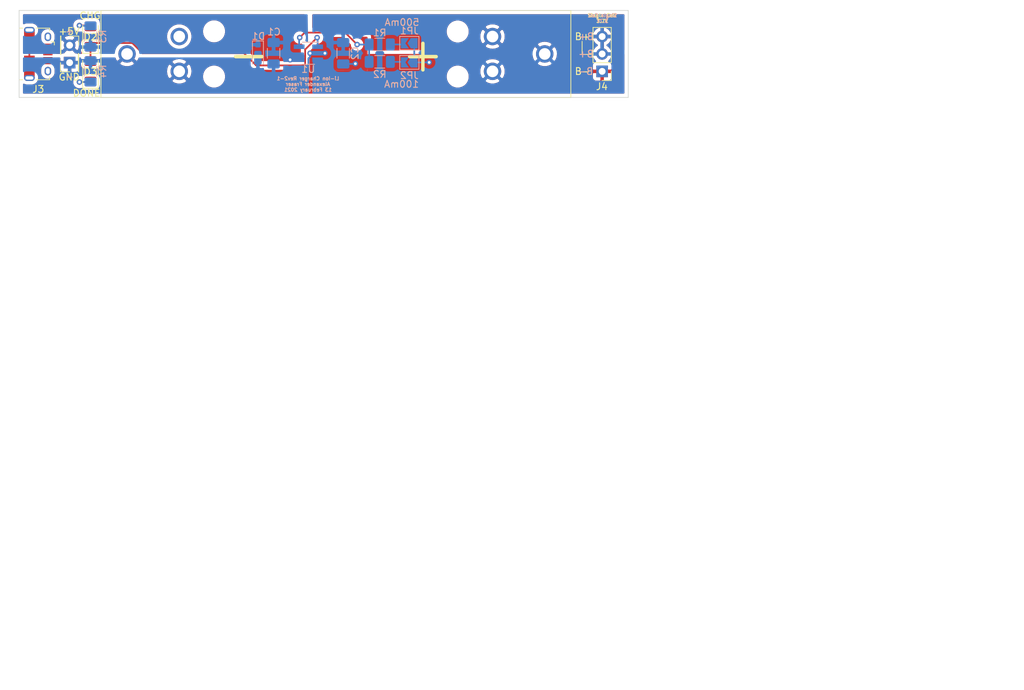
<source format=kicad_pcb>
(kicad_pcb (version 20171130) (host pcbnew "(5.1.8)-1")

  (general
    (thickness 1.6)
    (drawings 25)
    (tracks 69)
    (zones 0)
    (modules 21)
    (nets 14)
  )

  (page A4)
  (layers
    (0 F.Cu signal)
    (31 B.Cu signal)
    (32 B.Adhes user)
    (33 F.Adhes user)
    (34 B.Paste user)
    (35 F.Paste user)
    (36 B.SilkS user)
    (37 F.SilkS user)
    (38 B.Mask user)
    (39 F.Mask user)
    (40 Dwgs.User user)
    (41 Cmts.User user)
    (42 Eco1.User user)
    (43 Eco2.User user)
    (44 Edge.Cuts user)
    (45 Margin user)
    (46 B.CrtYd user)
    (47 F.CrtYd user)
    (48 B.Fab user)
    (49 F.Fab user)
  )

  (setup
    (last_trace_width 0.25)
    (trace_clearance 0.2)
    (zone_clearance 0.508)
    (zone_45_only no)
    (trace_min 0.2)
    (via_size 0.8)
    (via_drill 0.4)
    (via_min_size 0.4)
    (via_min_drill 0.3)
    (uvia_size 0.3)
    (uvia_drill 0.1)
    (uvias_allowed no)
    (uvia_min_size 0.2)
    (uvia_min_drill 0.1)
    (edge_width 0.05)
    (segment_width 0.2)
    (pcb_text_width 0.3)
    (pcb_text_size 1.5 1.5)
    (mod_edge_width 0.12)
    (mod_text_size 1 1)
    (mod_text_width 0.15)
    (pad_size 1.7 1.7)
    (pad_drill 1)
    (pad_to_mask_clearance 0)
    (aux_axis_origin 0 0)
    (visible_elements 7FFDFFFF)
    (pcbplotparams
      (layerselection 0x010fc_ffffffff)
      (usegerberextensions false)
      (usegerberattributes true)
      (usegerberadvancedattributes true)
      (creategerberjobfile true)
      (excludeedgelayer true)
      (linewidth 0.100000)
      (plotframeref false)
      (viasonmask false)
      (mode 1)
      (useauxorigin false)
      (hpglpennumber 1)
      (hpglpenspeed 20)
      (hpglpendiameter 15.000000)
      (psnegative false)
      (psa4output false)
      (plotreference true)
      (plotvalue true)
      (plotinvisibletext false)
      (padsonsilk false)
      (subtractmaskfromsilk false)
      (outputformat 4)
      (mirror false)
      (drillshape 0)
      (scaleselection 1)
      (outputdirectory "Plots/"))
  )

  (net 0 "")
  (net 1 GND)
  (net 2 +5V)
  (net 3 STAT)
  (net 4 "Net-(J3-Pad6)")
  (net 5 "Net-(J3-Pad4)")
  (net 6 "Net-(J3-Pad3)")
  (net 7 "Net-(J3-Pad2)")
  (net 8 PROG)
  (net 9 /VBAT)
  (net 10 "Net-(JP1-Pad2)")
  (net 11 "Net-(JP2-Pad2)")
  (net 12 "Net-(D2-Pad2)")
  (net 13 "Net-(D3-Pad1)")

  (net_class Default "This is the default net class."
    (clearance 0.2)
    (trace_width 0.25)
    (via_dia 0.8)
    (via_drill 0.4)
    (uvia_dia 0.3)
    (uvia_drill 0.1)
    (add_net +5V)
    (add_net /VBAT)
    (add_net GND)
    (add_net "Net-(D2-Pad2)")
    (add_net "Net-(D3-Pad1)")
    (add_net "Net-(J3-Pad2)")
    (add_net "Net-(J3-Pad3)")
    (add_net "Net-(J3-Pad4)")
    (add_net "Net-(J3-Pad6)")
    (add_net "Net-(JP1-Pad2)")
    (add_net "Net-(JP2-Pad2)")
    (add_net PROG)
    (add_net STAT)
  )

  (module MountingHole:MountingHole_2.2mm_M2 (layer F.Cu) (tedit 56D1B4CB) (tstamp 6028B070)
    (at 191.008 98.3234)
    (descr "Mounting Hole 2.2mm, no annular, M2")
    (tags "mounting hole 2.2mm no annular m2")
    (attr virtual)
    (fp_text reference M4 (at 0 -3.2) (layer F.SilkS) hide
      (effects (font (size 1 1) (thickness 0.15)))
    )
    (fp_text value MountingHole_2.2mm_M2 (at 0 3.2) (layer F.Fab)
      (effects (font (size 1 1) (thickness 0.15)))
    )
    (fp_circle (center 0 0) (end 2.45 0) (layer F.CrtYd) (width 0.05))
    (fp_circle (center 0 0) (end 2.2 0) (layer Cmts.User) (width 0.15))
    (fp_text user %R (at 0.3 0) (layer F.Fab)
      (effects (font (size 1 1) (thickness 0.15)))
    )
    (pad 1 np_thru_hole circle (at 0 0) (size 2.2 2.2) (drill 2.2) (layers *.Cu *.Mask))
  )

  (module MountingHole:MountingHole_2.2mm_M2 (layer F.Cu) (tedit 56D1B4CB) (tstamp 6028B041)
    (at 191.008 104.902)
    (descr "Mounting Hole 2.2mm, no annular, M2")
    (tags "mounting hole 2.2mm no annular m2")
    (attr virtual)
    (fp_text reference M3 (at 0 -3.2) (layer F.SilkS) hide
      (effects (font (size 1 1) (thickness 0.15)))
    )
    (fp_text value MountingHole_2.2mm_M2 (at 0 3.2) (layer F.Fab)
      (effects (font (size 1 1) (thickness 0.15)))
    )
    (fp_circle (center 0 0) (end 2.2 0) (layer Cmts.User) (width 0.15))
    (fp_circle (center 0 0) (end 2.45 0) (layer F.CrtYd) (width 0.05))
    (fp_text user %R (at 0.3 0) (layer F.Fab)
      (effects (font (size 1 1) (thickness 0.15)))
    )
    (pad 1 np_thru_hole circle (at 0 0) (size 2.2 2.2) (drill 2.2) (layers *.Cu *.Mask))
  )

  (module MountingHole:MountingHole_2.2mm_M2 (layer F.Cu) (tedit 56D1B4CB) (tstamp 6028AF25)
    (at 155.448 104.902)
    (descr "Mounting Hole 2.2mm, no annular, M2")
    (tags "mounting hole 2.2mm no annular m2")
    (attr virtual)
    (fp_text reference M2 (at 0 -3.2) (layer F.SilkS) hide
      (effects (font (size 1 1) (thickness 0.15)))
    )
    (fp_text value MountingHole_2.2mm_M2 (at 0 3.2) (layer F.Fab)
      (effects (font (size 1 1) (thickness 0.15)))
    )
    (fp_circle (center 0 0) (end 2.45 0) (layer F.CrtYd) (width 0.05))
    (fp_circle (center 0 0) (end 2.2 0) (layer Cmts.User) (width 0.15))
    (fp_text user %R (at 0.3 0) (layer F.Fab)
      (effects (font (size 1 1) (thickness 0.15)))
    )
    (pad 1 np_thru_hole circle (at 0 0) (size 2.2 2.2) (drill 2.2) (layers *.Cu *.Mask))
  )

  (module MountingHole:MountingHole_2.2mm_M2 (layer F.Cu) (tedit 56D1B4CB) (tstamp 6028AF62)
    (at 155.448 98.298)
    (descr "Mounting Hole 2.2mm, no annular, M2")
    (tags "mounting hole 2.2mm no annular m2")
    (attr virtual)
    (fp_text reference M1 (at 0 -3.2) (layer F.SilkS) hide
      (effects (font (size 1 1) (thickness 0.15)))
    )
    (fp_text value MountingHole_2.2mm_M2 (at 0 3.2) (layer F.Fab)
      (effects (font (size 1 1) (thickness 0.15)))
    )
    (fp_circle (center 0 0) (end 2.2 0) (layer Cmts.User) (width 0.15))
    (fp_circle (center 0 0) (end 2.45 0) (layer F.CrtYd) (width 0.05))
    (fp_text user %R (at 0.3 0) (layer F.Fab)
      (effects (font (size 1 1) (thickness 0.15)))
    )
    (pad 1 np_thru_hole circle (at 0 0) (size 2.2 2.2) (drill 2.2) (layers *.Cu *.Mask))
  )

  (module Resistor_SMD:R_1206_3216Metric_Pad1.30x1.75mm_HandSolder (layer B.Cu) (tedit 5F68FEEE) (tstamp 60289E90)
    (at 137.414 104.14 270)
    (descr "Resistor SMD 1206 (3216 Metric), square (rectangular) end terminal, IPC_7351 nominal with elongated pad for handsoldering. (Body size source: IPC-SM-782 page 72, https://www.pcb-3d.com/wordpress/wp-content/uploads/ipc-sm-782a_amendment_1_and_2.pdf), generated with kicad-footprint-generator")
    (tags "resistor handsolder")
    (path /60284F6E)
    (attr smd)
    (fp_text reference R4 (at 0 -1.786 270) (layer B.SilkS)
      (effects (font (size 1 1) (thickness 0.15)) (justify mirror))
    )
    (fp_text value 470R (at 0 -1.82 270) (layer B.Fab)
      (effects (font (size 1 1) (thickness 0.15)) (justify mirror))
    )
    (fp_line (start 2.45 -1.12) (end -2.45 -1.12) (layer B.CrtYd) (width 0.05))
    (fp_line (start 2.45 1.12) (end 2.45 -1.12) (layer B.CrtYd) (width 0.05))
    (fp_line (start -2.45 1.12) (end 2.45 1.12) (layer B.CrtYd) (width 0.05))
    (fp_line (start -2.45 -1.12) (end -2.45 1.12) (layer B.CrtYd) (width 0.05))
    (fp_line (start -0.727064 -0.91) (end 0.727064 -0.91) (layer B.SilkS) (width 0.12))
    (fp_line (start -0.727064 0.91) (end 0.727064 0.91) (layer B.SilkS) (width 0.12))
    (fp_line (start 1.6 -0.8) (end -1.6 -0.8) (layer B.Fab) (width 0.1))
    (fp_line (start 1.6 0.8) (end 1.6 -0.8) (layer B.Fab) (width 0.1))
    (fp_line (start -1.6 0.8) (end 1.6 0.8) (layer B.Fab) (width 0.1))
    (fp_line (start -1.6 -0.8) (end -1.6 0.8) (layer B.Fab) (width 0.1))
    (fp_text user %R (at 0 0 270) (layer B.Fab)
      (effects (font (size 0.8 0.8) (thickness 0.12)) (justify mirror))
    )
    (pad 1 smd roundrect (at -1.55 0 270) (size 1.3 1.75) (layers B.Cu B.Paste B.Mask) (roundrect_rratio 0.1923076923076923)
      (net 1 GND))
    (pad 2 smd roundrect (at 1.55 0 270) (size 1.3 1.75) (layers B.Cu B.Paste B.Mask) (roundrect_rratio 0.1923076923076923)
      (net 13 "Net-(D3-Pad1)"))
    (model ${KISYS3DMOD}/Resistor_SMD.3dshapes/R_1206_3216Metric.wrl
      (at (xyz 0 0 0))
      (scale (xyz 1 1 1))
      (rotate (xyz 0 0 0))
    )
  )

  (module Jumper:SolderJumper-2_P1.3mm_Open_TrianglePad1.0x1.5mm (layer B.Cu) (tedit 5A64794F) (tstamp 6028B802)
    (at 183.9468 102.8319 180)
    (descr "SMD Solder Jumper, 1x1.5mm Triangular Pads, 0.3mm gap, open")
    (tags "solder jumper open")
    (path /5FFBE0EB)
    (attr virtual)
    (fp_text reference JP2 (at 0 -1.905) (layer B.SilkS)
      (effects (font (size 1 1) (thickness 0.15)) (justify mirror))
    )
    (fp_text value Jumper_2_Open (at 0 -1.9) (layer B.Fab)
      (effects (font (size 1 1) (thickness 0.15)) (justify mirror))
    )
    (fp_line (start -1.4 -1) (end -1.4 1) (layer B.SilkS) (width 0.12))
    (fp_line (start 1.4 -1) (end -1.4 -1) (layer B.SilkS) (width 0.12))
    (fp_line (start 1.4 1) (end 1.4 -1) (layer B.SilkS) (width 0.12))
    (fp_line (start -1.4 1) (end 1.4 1) (layer B.SilkS) (width 0.12))
    (fp_line (start -1.65 1.25) (end 1.65 1.25) (layer B.CrtYd) (width 0.05))
    (fp_line (start -1.65 1.25) (end -1.65 -1.25) (layer B.CrtYd) (width 0.05))
    (fp_line (start 1.65 -1.25) (end 1.65 1.25) (layer B.CrtYd) (width 0.05))
    (fp_line (start 1.65 -1.25) (end -1.65 -1.25) (layer B.CrtYd) (width 0.05))
    (pad 1 smd custom (at -0.725 0 180) (size 0.3 0.3) (layers B.Cu B.Mask)
      (net 1 GND) (zone_connect 2)
      (options (clearance outline) (anchor rect))
      (primitives
        (gr_poly (pts
           (xy -0.5 0.75) (xy 0.5 0.75) (xy 1 0) (xy 0.5 -0.75) (xy -0.5 -0.75)
) (width 0))
      ))
    (pad 2 smd custom (at 0.725 0 180) (size 0.3 0.3) (layers B.Cu B.Mask)
      (net 11 "Net-(JP2-Pad2)") (zone_connect 2)
      (options (clearance outline) (anchor rect))
      (primitives
        (gr_poly (pts
           (xy -0.65 0.75) (xy 0.5 0.75) (xy 0.5 -0.75) (xy -0.65 -0.75) (xy -0.15 0)
) (width 0))
      ))
  )

  (module Jumper:SolderJumper-2_P1.3mm_Open_TrianglePad1.0x1.5mm (layer B.Cu) (tedit 5A64794F) (tstamp 6028B73F)
    (at 183.9468 100.0379 180)
    (descr "SMD Solder Jumper, 1x1.5mm Triangular Pads, 0.3mm gap, open")
    (tags "solder jumper open")
    (path /5FFBEBFA)
    (attr virtual)
    (fp_text reference JP1 (at 0 1.8) (layer B.SilkS)
      (effects (font (size 1 1) (thickness 0.15)) (justify mirror))
    )
    (fp_text value Jumper_2_Bridged (at 0 -1.9) (layer B.Fab)
      (effects (font (size 1 1) (thickness 0.15)) (justify mirror))
    )
    (fp_line (start -1.4 -1) (end -1.4 1) (layer B.SilkS) (width 0.12))
    (fp_line (start 1.4 -1) (end -1.4 -1) (layer B.SilkS) (width 0.12))
    (fp_line (start 1.4 1) (end 1.4 -1) (layer B.SilkS) (width 0.12))
    (fp_line (start -1.4 1) (end 1.4 1) (layer B.SilkS) (width 0.12))
    (fp_line (start -1.65 1.25) (end 1.65 1.25) (layer B.CrtYd) (width 0.05))
    (fp_line (start -1.65 1.25) (end -1.65 -1.25) (layer B.CrtYd) (width 0.05))
    (fp_line (start 1.65 -1.25) (end 1.65 1.25) (layer B.CrtYd) (width 0.05))
    (fp_line (start 1.65 -1.25) (end -1.65 -1.25) (layer B.CrtYd) (width 0.05))
    (pad 1 smd custom (at -0.725 0 180) (size 0.3 0.3) (layers B.Cu B.Mask)
      (net 1 GND) (zone_connect 2)
      (options (clearance outline) (anchor rect))
      (primitives
        (gr_poly (pts
           (xy -0.5 0.75) (xy 0.5 0.75) (xy 1 0) (xy 0.5 -0.75) (xy -0.5 -0.75)
) (width 0))
      ))
    (pad 2 smd custom (at 0.725 0 180) (size 0.3 0.3) (layers B.Cu B.Mask)
      (net 10 "Net-(JP1-Pad2)") (zone_connect 2)
      (options (clearance outline) (anchor rect))
      (primitives
        (gr_poly (pts
           (xy -0.65 0.75) (xy 0.5 0.75) (xy 0.5 -0.75) (xy -0.65 -0.75) (xy -0.15 0)
) (width 0))
      ))
  )

  (module electronics-li-ion-charger:Battery_Holder-PC_Pin-18650 (layer F.Cu) (tedit 60035B51) (tstamp 6028ADD5)
    (at 173.228 101.6 180)
    (descr "Battery holder for 18650 cylindrical cells http://www.keyelco.com/product.cfm/product_id/918")
    (tags "18650 Keystone 1042 Li-ion")
    (path /60035974)
    (fp_text reference BT1 (at 0 0) (layer F.SilkS) hide
      (effects (font (size 1 1) (thickness 0.15)))
    )
    (fp_text value Battery_Holder (at -0.05 7.525) (layer F.Fab)
      (effects (font (size 1 1) (thickness 0.15)))
    )
    (fp_line (start -34.29 -3.81) (end -31.75 -6.35) (layer F.Fab) (width 0.1))
    (fp_line (start -34.29 -6.35) (end -34.29 6.35) (layer F.SilkS) (width 0.12))
    (fp_line (start -34.29 6.35) (end 34.29 6.35) (layer F.SilkS) (width 0.12))
    (fp_line (start 34.29 -6.35) (end 34.29 6.35) (layer F.SilkS) (width 0.12))
    (fp_line (start -34.29 -6.35) (end 34.29 -6.35) (layer F.SilkS) (width 0.12))
    (fp_line (start -34.29 6.35) (end 34.29 6.35) (layer F.Fab) (width 0.1))
    (fp_line (start -34.29 -3.81) (end -34.29 6.35) (layer F.Fab) (width 0.1))
    (fp_line (start -31.75 -6.35) (end 34.29 -6.35) (layer F.Fab) (width 0.1))
    (fp_line (start 34.29 -6.35) (end 34.29 6.35) (layer F.Fab) (width 0.1))
    (fp_line (start -34.29 6.35) (end 34.29 6.35) (layer F.CrtYd) (width 0.05))
    (fp_line (start -34.29 -6.35) (end 34.29 -6.35) (layer F.CrtYd) (width 0.05))
    (fp_line (start 34.29 -6.35) (end 34.29 6.35) (layer F.CrtYd) (width 0.05))
    (fp_line (start -34.29 -6.35) (end -34.29 6.35) (layer F.CrtYd) (width 0.05))
    (fp_text user - (at 12.7 0) (layer F.SilkS)
      (effects (font (size 5.08 5.08) (thickness 0.508)))
    )
    (fp_text user + (at -12.7 0) (layer F.SilkS)
      (effects (font (size 5.08 5.08) (thickness 0.508)))
    )
    (fp_text user %R (at 0 0) (layer F.Fab)
      (effects (font (size 1 1) (thickness 0.15)))
    )
    (pad 2 thru_hole circle (at 22.86 -2.54 180) (size 2.54 2.54) (drill 1.7018) (layers *.Cu *.Mask)
      (net 1 GND))
    (pad 2 thru_hole circle (at 22.86 2.54 180) (size 2.54 2.54) (drill 1.7018) (layers *.Cu *.Mask)
      (net 1 GND))
    (pad 2 thru_hole circle (at 30.48 0 180) (size 2.54 2.54) (drill 1.7018) (layers *.Cu *.Mask)
      (net 1 GND))
    (pad 1 thru_hole circle (at -22.86 2.54 180) (size 2.54 2.54) (drill 1.7018) (layers *.Cu *.Mask)
      (net 9 /VBAT))
    (pad 1 thru_hole circle (at -22.86 -2.54 180) (size 2.54 2.54) (drill 1.7018) (layers *.Cu *.Mask)
      (net 9 /VBAT))
    (pad 1 thru_hole circle (at -30.48 0 180) (size 2.54 2.54) (drill 1.7018) (layers *.Cu *.Mask)
      (net 9 /VBAT))
  )

  (module electronics-li-ion-charger:Diode_TVS-MSP5.0A (layer B.Cu) (tedit 60032973) (tstamp 6028B82E)
    (at 161.8488 101.4984 270)
    (descr "Diode SMD 1206 (3216 Metric), square (rectangular) end terminal, IPC_7351 nominal, (Body size source: http://www.tortai-tech.com/upload/download/2011102023233369053.pdf), generated with kicad-footprint-generator")
    (tags diode)
    (path /5FFBBF19)
    (attr smd)
    (fp_text reference D1 (at -2.4765 -0.0635) (layer B.SilkS)
      (effects (font (size 1 1) (thickness 0.15)) (justify mirror))
    )
    (fp_text value D_TVS (at 0 -1.6 270) (layer B.Fab)
      (effects (font (size 1 1) (thickness 0.15)) (justify mirror))
    )
    (fp_line (start 1.6 0.8) (end -1.2 0.8) (layer B.Fab) (width 0.1))
    (fp_line (start -1.2 0.8) (end -1.6 0.4) (layer B.Fab) (width 0.1))
    (fp_line (start -1.6 0.4) (end -1.6 -0.8) (layer B.Fab) (width 0.1))
    (fp_line (start -1.6 -0.8) (end 1.6 -0.8) (layer B.Fab) (width 0.1))
    (fp_line (start 1.6 -0.8) (end 1.6 0.8) (layer B.Fab) (width 0.1))
    (fp_line (start 1.6 0.8) (end -1.8 0.8) (layer B.SilkS) (width 0.12))
    (fp_line (start -1.8 0.8) (end -1.8 -0.8) (layer B.SilkS) (width 0.12))
    (fp_line (start -1.8 -0.8) (end 1.6 -0.8) (layer B.SilkS) (width 0.12))
    (fp_line (start -1.8 -0.7) (end -1.8 0.7) (layer B.CrtYd) (width 0.05))
    (fp_line (start -1.8 0.7) (end 1.8 0.7) (layer B.CrtYd) (width 0.05))
    (fp_line (start 1.8 0.7) (end 1.8 -0.7) (layer B.CrtYd) (width 0.05))
    (fp_line (start 1.8 -0.7) (end -1.8 -0.7) (layer B.CrtYd) (width 0.05))
    (fp_text user %R (at 0 0 270) (layer B.Fab)
      (effects (font (size 0.8 0.8) (thickness 0.12)) (justify mirror))
    )
    (pad 1 smd roundrect (at -1.25 0 270) (size 0.8 0.8) (layers B.Cu B.Paste B.Mask) (roundrect_rratio 0.2)
      (net 2 +5V))
    (pad 2 smd roundrect (at 0.65 0 270) (size 2 1.1) (layers B.Cu B.Paste B.Mask) (roundrect_rratio 0.2)
      (net 1 GND))
    (model ${KISYS3DMOD}/Diode_SMD.3dshapes/D_1206_3216Metric.wrl
      (at (xyz 0 0 0))
      (scale (xyz 1 1 1))
      (rotate (xyz 0 0 0))
    )
  )

  (module Package_TO_SOT_SMD:SOT-23-5_HandSoldering (layer B.Cu) (tedit 60029714) (tstamp 6028B79D)
    (at 169.2148 101.4984 180)
    (descr "5-pin SOT23 package")
    (tags "SOT-23-5 hand-soldering")
    (path /5FFB91CD)
    (attr smd)
    (fp_text reference U1 (at 0.0254 -2.3368) (layer B.SilkS)
      (effects (font (size 1 1) (thickness 0.15)) (justify mirror))
    )
    (fp_text value MCP73831-2-OT (at 0 -2.9) (layer B.Fab)
      (effects (font (size 1 1) (thickness 0.15)) (justify mirror))
    )
    (fp_line (start 2.38 -1.8) (end -2.38 -1.8) (layer B.CrtYd) (width 0.05))
    (fp_line (start 2.38 -1.8) (end 2.38 1.8) (layer B.CrtYd) (width 0.05))
    (fp_line (start -2.38 1.8) (end -2.38 -1.8) (layer B.CrtYd) (width 0.05))
    (fp_line (start -2.38 1.8) (end 2.38 1.8) (layer B.CrtYd) (width 0.05))
    (fp_line (start 0.9 1.55) (end 0.9 -1.55) (layer B.Fab) (width 0.1))
    (fp_line (start 0.9 -1.55) (end -0.9 -1.55) (layer B.Fab) (width 0.1))
    (fp_line (start -0.9 0.9) (end -0.9 -1.55) (layer B.Fab) (width 0.1))
    (fp_line (start 0.9 1.55) (end -0.25 1.55) (layer B.Fab) (width 0.1))
    (fp_line (start -0.9 0.9) (end -0.25 1.55) (layer B.Fab) (width 0.1))
    (fp_line (start 0.9 1.61) (end -1.55 1.61) (layer B.SilkS) (width 0.12))
    (fp_line (start -0.9 -1.61) (end 0.9 -1.61) (layer B.SilkS) (width 0.12))
    (fp_text user %R (at 0 0 270) (layer B.Fab)
      (effects (font (size 0.5 0.5) (thickness 0.075)) (justify mirror))
    )
    (pad 5 smd rect (at 1.35 0.95 180) (size 1.56 0.65) (layers B.Cu B.Paste B.Mask)
      (net 8 PROG))
    (pad 4 smd rect (at 1.35 -0.95 180) (size 1.56 0.65) (layers B.Cu B.Paste B.Mask)
      (net 2 +5V) (zone_connect 2))
    (pad 3 smd rect (at -1.35 -0.95 180) (size 1.56 0.65) (layers B.Cu B.Paste B.Mask)
      (net 9 /VBAT) (zone_connect 2))
    (pad 2 smd rect (at -1.35 0 180) (size 1.56 0.65) (layers B.Cu B.Paste B.Mask)
      (net 1 GND) (zone_connect 2))
    (pad 1 smd rect (at -1.35 0.95 180) (size 1.56 0.65) (layers B.Cu B.Paste B.Mask)
      (net 3 STAT))
    (model ${KISYS3DMOD}/Package_TO_SOT_SMD.3dshapes/SOT-23-5.wrl
      (at (xyz 0 0 0))
      (scale (xyz 1 1 1))
      (rotate (xyz 0 0 0))
    )
  )

  (module Resistor_SMD:R_1206_3216Metric_Pad1.30x1.75mm_HandSolder (layer B.Cu) (tedit 5F68FEEE) (tstamp 600270EA)
    (at 137.414 99.05 270)
    (descr "Resistor SMD 1206 (3216 Metric), square (rectangular) end terminal, IPC_7351 nominal with elongated pad for handsoldering. (Body size source: IPC-SM-782 page 72, https://www.pcb-3d.com/wordpress/wp-content/uploads/ipc-sm-782a_amendment_1_and_2.pdf), generated with kicad-footprint-generator")
    (tags "resistor handsolder")
    (path /5FFB5567)
    (attr smd)
    (fp_text reference R3 (at 0 -1.778 270) (layer B.SilkS)
      (effects (font (size 1 1) (thickness 0.15)) (justify mirror))
    )
    (fp_text value 470R (at 0 -1.82 270) (layer B.Fab)
      (effects (font (size 1 1) (thickness 0.15)) (justify mirror))
    )
    (fp_line (start 2.45 -1.12) (end -2.45 -1.12) (layer B.CrtYd) (width 0.05))
    (fp_line (start 2.45 1.12) (end 2.45 -1.12) (layer B.CrtYd) (width 0.05))
    (fp_line (start -2.45 1.12) (end 2.45 1.12) (layer B.CrtYd) (width 0.05))
    (fp_line (start -2.45 -1.12) (end -2.45 1.12) (layer B.CrtYd) (width 0.05))
    (fp_line (start -0.727064 -0.91) (end 0.727064 -0.91) (layer B.SilkS) (width 0.12))
    (fp_line (start -0.727064 0.91) (end 0.727064 0.91) (layer B.SilkS) (width 0.12))
    (fp_line (start 1.6 -0.8) (end -1.6 -0.8) (layer B.Fab) (width 0.1))
    (fp_line (start 1.6 0.8) (end 1.6 -0.8) (layer B.Fab) (width 0.1))
    (fp_line (start -1.6 0.8) (end 1.6 0.8) (layer B.Fab) (width 0.1))
    (fp_line (start -1.6 -0.8) (end -1.6 0.8) (layer B.Fab) (width 0.1))
    (fp_text user %R (at 0 0 270) (layer B.Fab)
      (effects (font (size 0.8 0.8) (thickness 0.12)) (justify mirror))
    )
    (pad 2 smd roundrect (at 1.55 0 270) (size 1.3 1.75) (layers B.Cu B.Paste B.Mask) (roundrect_rratio 0.1923069230769231)
      (net 2 +5V))
    (pad 1 smd roundrect (at -1.55 0 270) (size 1.3 1.75) (layers B.Cu B.Paste B.Mask) (roundrect_rratio 0.1923069230769231)
      (net 12 "Net-(D2-Pad2)"))
    (model ${KISYS3DMOD}/Resistor_SMD.3dshapes/R_1206_3216Metric.wrl
      (at (xyz 0 0 0))
      (scale (xyz 1 1 1))
      (rotate (xyz 0 0 0))
    )
  )

  (module Resistor_SMD:R_1206_3216Metric_Pad1.30x1.75mm_HandSolder (layer B.Cu) (tedit 5F68FEEE) (tstamp 6028B769)
    (at 179.6288 102.7557)
    (descr "Resistor SMD 1206 (3216 Metric), square (rectangular) end terminal, IPC_7351 nominal with elongated pad for handsoldering. (Body size source: IPC-SM-782 page 72, https://www.pcb-3d.com/wordpress/wp-content/uploads/ipc-sm-782a_amendment_1_and_2.pdf), generated with kicad-footprint-generator")
    (tags "resistor handsolder")
    (path /5FFB5769)
    (attr smd)
    (fp_text reference R2 (at 0 1.82 180) (layer B.SilkS)
      (effects (font (size 1 1) (thickness 0.15)) (justify mirror))
    )
    (fp_text value 10K (at 0 -1.82 180) (layer B.Fab)
      (effects (font (size 1 1) (thickness 0.15)) (justify mirror))
    )
    (fp_line (start 2.45 -1.12) (end -2.45 -1.12) (layer B.CrtYd) (width 0.05))
    (fp_line (start 2.45 1.12) (end 2.45 -1.12) (layer B.CrtYd) (width 0.05))
    (fp_line (start -2.45 1.12) (end 2.45 1.12) (layer B.CrtYd) (width 0.05))
    (fp_line (start -2.45 -1.12) (end -2.45 1.12) (layer B.CrtYd) (width 0.05))
    (fp_line (start -0.727064 -0.91) (end 0.727064 -0.91) (layer B.SilkS) (width 0.12))
    (fp_line (start -0.727064 0.91) (end 0.727064 0.91) (layer B.SilkS) (width 0.12))
    (fp_line (start 1.6 -0.8) (end -1.6 -0.8) (layer B.Fab) (width 0.1))
    (fp_line (start 1.6 0.8) (end 1.6 -0.8) (layer B.Fab) (width 0.1))
    (fp_line (start -1.6 0.8) (end 1.6 0.8) (layer B.Fab) (width 0.1))
    (fp_line (start -1.6 -0.8) (end -1.6 0.8) (layer B.Fab) (width 0.1))
    (fp_text user %R (at 0 0 180) (layer B.Fab)
      (effects (font (size 0.8 0.8) (thickness 0.12)) (justify mirror))
    )
    (pad 2 smd roundrect (at 1.55 0) (size 1.3 1.75) (layers B.Cu B.Paste B.Mask) (roundrect_rratio 0.1923069230769231)
      (net 11 "Net-(JP2-Pad2)"))
    (pad 1 smd roundrect (at -1.55 0) (size 1.3 1.75) (layers B.Cu B.Paste B.Mask) (roundrect_rratio 0.1923069230769231)
      (net 8 PROG))
    (model ${KISYS3DMOD}/Resistor_SMD.3dshapes/R_1206_3216Metric.wrl
      (at (xyz 0 0 0))
      (scale (xyz 1 1 1))
      (rotate (xyz 0 0 0))
    )
  )

  (module Resistor_SMD:R_1206_3216Metric_Pad1.30x1.75mm_HandSolder (layer B.Cu) (tedit 5F68FEEE) (tstamp 6028B7D5)
    (at 179.6288 100.2157)
    (descr "Resistor SMD 1206 (3216 Metric), square (rectangular) end terminal, IPC_7351 nominal with elongated pad for handsoldering. (Body size source: IPC-SM-782 page 72, https://www.pcb-3d.com/wordpress/wp-content/uploads/ipc-sm-782a_amendment_1_and_2.pdf), generated with kicad-footprint-generator")
    (tags "resistor handsolder")
    (path /5FFB5B83)
    (attr smd)
    (fp_text reference R1 (at -0.0127 -1.7018 180) (layer B.SilkS)
      (effects (font (size 1 1) (thickness 0.15)) (justify mirror))
    )
    (fp_text value 2K (at 0 -1.82 180) (layer B.Fab)
      (effects (font (size 1 1) (thickness 0.15)) (justify mirror))
    )
    (fp_line (start 2.45 -1.12) (end -2.45 -1.12) (layer B.CrtYd) (width 0.05))
    (fp_line (start 2.45 1.12) (end 2.45 -1.12) (layer B.CrtYd) (width 0.05))
    (fp_line (start -2.45 1.12) (end 2.45 1.12) (layer B.CrtYd) (width 0.05))
    (fp_line (start -2.45 -1.12) (end -2.45 1.12) (layer B.CrtYd) (width 0.05))
    (fp_line (start -0.727064 -0.91) (end 0.727064 -0.91) (layer B.SilkS) (width 0.12))
    (fp_line (start -0.727064 0.91) (end 0.727064 0.91) (layer B.SilkS) (width 0.12))
    (fp_line (start 1.6 -0.8) (end -1.6 -0.8) (layer B.Fab) (width 0.1))
    (fp_line (start 1.6 0.8) (end 1.6 -0.8) (layer B.Fab) (width 0.1))
    (fp_line (start -1.6 0.8) (end 1.6 0.8) (layer B.Fab) (width 0.1))
    (fp_line (start -1.6 -0.8) (end -1.6 0.8) (layer B.Fab) (width 0.1))
    (fp_text user %R (at 0 0 180) (layer B.Fab)
      (effects (font (size 0.8 0.8) (thickness 0.12)) (justify mirror))
    )
    (pad 2 smd roundrect (at 1.55 0) (size 1.3 1.75) (layers B.Cu B.Paste B.Mask) (roundrect_rratio 0.1923069230769231)
      (net 10 "Net-(JP1-Pad2)"))
    (pad 1 smd roundrect (at -1.55 0) (size 1.3 1.75) (layers B.Cu B.Paste B.Mask) (roundrect_rratio 0.1923069230769231)
      (net 8 PROG))
    (model ${KISYS3DMOD}/Resistor_SMD.3dshapes/R_1206_3216Metric.wrl
      (at (xyz 0 0 0))
      (scale (xyz 1 1 1))
      (rotate (xyz 0 0 0))
    )
  )

  (module Connector_PinHeader_2.54mm:PinHeader_1x03_P2.54mm_Vertical (layer F.Cu) (tedit 59FED5CC) (tstamp 6002708B)
    (at 212.09 104.14 180)
    (descr "Through hole straight pin header, 1x03, 2.54mm pitch, single row")
    (tags "Through hole pin header THT 1x03 2.54mm single row")
    (path /5FFBF742)
    (fp_text reference J4 (at 0.0381 -2.2225) (layer F.SilkS)
      (effects (font (size 1 1) (thickness 0.15)))
    )
    (fp_text value Conn_01x03_Male (at 0 7.41) (layer F.Fab)
      (effects (font (size 1 1) (thickness 0.15)))
    )
    (fp_line (start 1.8 -1.8) (end -1.8 -1.8) (layer F.CrtYd) (width 0.05))
    (fp_line (start 1.8 6.85) (end 1.8 -1.8) (layer F.CrtYd) (width 0.05))
    (fp_line (start -1.8 6.85) (end 1.8 6.85) (layer F.CrtYd) (width 0.05))
    (fp_line (start -1.8 -1.8) (end -1.8 6.85) (layer F.CrtYd) (width 0.05))
    (fp_line (start -1.33 -1.33) (end 0 -1.33) (layer F.SilkS) (width 0.12))
    (fp_line (start -1.33 0) (end -1.33 -1.33) (layer F.SilkS) (width 0.12))
    (fp_line (start -1.33 1.27) (end 1.33 1.27) (layer F.SilkS) (width 0.12))
    (fp_line (start 1.33 1.27) (end 1.33 6.41) (layer F.SilkS) (width 0.12))
    (fp_line (start -1.33 1.27) (end -1.33 6.41) (layer F.SilkS) (width 0.12))
    (fp_line (start -1.33 6.41) (end 1.33 6.41) (layer F.SilkS) (width 0.12))
    (fp_line (start -1.27 -0.635) (end -0.635 -1.27) (layer F.Fab) (width 0.1))
    (fp_line (start -1.27 6.35) (end -1.27 -0.635) (layer F.Fab) (width 0.1))
    (fp_line (start 1.27 6.35) (end -1.27 6.35) (layer F.Fab) (width 0.1))
    (fp_line (start 1.27 -1.27) (end 1.27 6.35) (layer F.Fab) (width 0.1))
    (fp_line (start -0.635 -1.27) (end 1.27 -1.27) (layer F.Fab) (width 0.1))
    (fp_text user %R (at 0 2.54 90) (layer F.Fab)
      (effects (font (size 1 1) (thickness 0.15)))
    )
    (pad 3 thru_hole oval (at 0 5.08 180) (size 1.7 1.7) (drill 1) (layers *.Cu *.Mask)
      (net 9 /VBAT))
    (pad 2 thru_hole oval (at 0 2.54 180) (size 1.7 1.7) (drill 1) (layers *.Cu *.Mask)
      (net 9 /VBAT))
    (pad 1 thru_hole rect (at 0 0 180) (size 1.7 1.7) (drill 1) (layers *.Cu *.Mask)
      (net 1 GND))
    (model ${KISYS3DMOD}/Connector_PinHeader_2.54mm.3dshapes/PinHeader_1x03_P2.54mm_Vertical.wrl
      (at (xyz 0 0 0))
      (scale (xyz 1 1 1))
      (rotate (xyz 0 0 0))
    )
  )

  (module Connector_USB:USB_Micro-B_Amphenol_10118194_Horizontal (layer F.Cu) (tedit 5F2142B6) (tstamp 600273B5)
    (at 129.794 101.6 270)
    (descr "USB Micro-B receptacle, horizontal, SMD, 10118194, https://cdn.amphenol-icc.com/media/wysiwyg/files/drawing/10118194.pdf")
    (tags "USB Micro B horizontal SMD")
    (path /5FFB82FD)
    (attr smd)
    (fp_text reference J3 (at 5.1435 0 180) (layer F.SilkS)
      (effects (font (size 1 1) (thickness 0.15)))
    )
    (fp_text value USB_B_Micro (at 0 4.75 90) (layer F.Fab)
      (effects (font (size 1 1) (thickness 0.15)))
    )
    (fp_line (start -2.65 -1.55) (end 3.65 -1.55) (layer F.Fab) (width 0.1))
    (fp_line (start 3.65 -1.55) (end 3.65 3.45) (layer F.Fab) (width 0.1))
    (fp_line (start 3.65 3.45) (end -3.65 3.45) (layer F.Fab) (width 0.1))
    (fp_line (start -3.65 3.45) (end -3.65 -0.55) (layer F.Fab) (width 0.1))
    (fp_line (start 3.76 0.32) (end 3.76 -1.66) (layer F.SilkS) (width 0.12))
    (fp_line (start 3.76 -1.66) (end 3.34 -1.66) (layer F.SilkS) (width 0.12))
    (fp_line (start 3.76 2.29) (end 3.76 2.69) (layer F.SilkS) (width 0.12))
    (fp_line (start -3.76 2.69) (end -3.76 2.29) (layer F.SilkS) (width 0.12))
    (fp_line (start -3.76 0.32) (end -3.76 -1.66) (layer F.SilkS) (width 0.12))
    (fp_line (start -3.76 -1.66) (end -3.34 -1.66) (layer F.SilkS) (width 0.12))
    (fp_line (start 3 2.75) (end -3 2.75) (layer Dwgs.User) (width 0.1))
    (fp_line (start -4.45 3.95) (end 4.45 3.95) (layer F.CrtYd) (width 0.05))
    (fp_line (start -4.45 -2.58) (end 4.45 -2.58) (layer F.CrtYd) (width 0.05))
    (fp_line (start -4.45 -2.58) (end -4.45 3.95) (layer F.CrtYd) (width 0.05))
    (fp_line (start 4.45 -2.58) (end 4.45 3.95) (layer F.CrtYd) (width 0.05))
    (fp_line (start -1.31 -2.34) (end -1.76 -2.34) (layer F.SilkS) (width 0.12))
    (fp_line (start -1.76 -1.89) (end -1.76 -2.34) (layer F.SilkS) (width 0.12))
    (fp_line (start -3.65 -0.55) (end -2.65 -1.55) (layer F.Fab) (width 0.1))
    (fp_text user "PCB Edge" (at 0 2.75 90) (layer Dwgs.User)
      (effects (font (size 0.5 0.5) (thickness 0.08)))
    )
    (fp_text user %R (at 0 -0.05 90) (layer F.Fab)
      (effects (font (size 1 1) (thickness 0.15)))
    )
    (pad "" smd oval (at 2.5 -1.4 270) (size 1.25 0.95) (layers F.Paste))
    (pad "" smd oval (at -2.5 -1.4 270) (size 1.25 0.95) (layers F.Paste))
    (pad 6 thru_hole oval (at 3.5 1.3 270) (size 0.89 1.55) (drill oval 0.5 1.15) (layers *.Cu *.Mask)
      (net 4 "Net-(J3-Pad6)"))
    (pad 6 thru_hole oval (at -3.5 1.3 270) (size 0.89 1.55) (drill oval 0.5 1.15) (layers *.Cu *.Mask)
      (net 4 "Net-(J3-Pad6)"))
    (pad 6 smd rect (at 2.9 1.3 270) (size 1.2 1.55) (layers F.Cu F.Paste F.Mask)
      (net 4 "Net-(J3-Pad6)"))
    (pad 6 smd rect (at -2.9 1.3 270) (size 1.2 1.55) (layers F.Cu F.Paste F.Mask)
      (net 4 "Net-(J3-Pad6)"))
    (pad "" smd oval (at 3.5 1.3 270) (size 0.89 1.55) (layers F.Paste))
    (pad 6 smd rect (at 1 1.3 270) (size 1.5 1.55) (layers F.Cu F.Paste F.Mask)
      (net 4 "Net-(J3-Pad6)"))
    (pad 6 smd rect (at -1 1.3 270) (size 1.5 1.55) (layers F.Cu F.Paste F.Mask)
      (net 4 "Net-(J3-Pad6)"))
    (pad 6 thru_hole oval (at 2.5 -1.4 270) (size 1.25 0.95) (drill oval 0.85 0.55) (layers *.Cu *.Mask)
      (net 4 "Net-(J3-Pad6)"))
    (pad "" smd oval (at -3.5 1.3 270) (size 0.89 1.55) (layers F.Paste))
    (pad 6 thru_hole oval (at -2.5 -1.4 270) (size 1.25 0.95) (drill oval 0.85 0.55) (layers *.Cu *.Mask)
      (net 4 "Net-(J3-Pad6)"))
    (pad 5 smd rect (at 1.3 -1.4 270) (size 0.4 1.35) (layers F.Cu F.Paste F.Mask)
      (net 1 GND))
    (pad 4 smd rect (at 0.65 -1.4 270) (size 0.4 1.35) (layers F.Cu F.Paste F.Mask)
      (net 5 "Net-(J3-Pad4)"))
    (pad 3 smd rect (at 0 -1.4 270) (size 0.4 1.35) (layers F.Cu F.Paste F.Mask)
      (net 6 "Net-(J3-Pad3)"))
    (pad 2 smd rect (at -0.65 -1.4 270) (size 0.4 1.35) (layers F.Cu F.Paste F.Mask)
      (net 7 "Net-(J3-Pad2)"))
    (pad 1 smd rect (at -1.3 -1.4 270) (size 0.4 1.35) (layers F.Cu F.Paste F.Mask)
      (net 2 +5V))
    (model ${KISYS3DMOD}/Connector_USB.3dshapes/USB_Micro-B_Amphenol_10118194_Horizontal.wrl
      (at (xyz 0 0 0))
      (scale (xyz 1 1 1))
      (rotate (xyz 0 0 0))
    )
  )

  (module Connector_PinHeader_2.54mm:PinHeader_1x01_P2.54mm_Vertical (layer F.Cu) (tedit 59FED5CC) (tstamp 6002704B)
    (at 134.366 102.87 90)
    (descr "Through hole straight pin header, 1x01, 2.54mm pitch, single row")
    (tags "Through hole pin header THT 1x01 2.54mm single row")
    (path /5FFF7E39)
    (fp_text reference J2 (at 0 -2.33 90) (layer F.SilkS) hide
      (effects (font (size 1 1) (thickness 0.15)))
    )
    (fp_text value Conn_01x01_Male (at 0 2.33 90) (layer F.Fab)
      (effects (font (size 1 1) (thickness 0.15)))
    )
    (fp_line (start 1.8 -1.8) (end -1.8 -1.8) (layer F.CrtYd) (width 0.05))
    (fp_line (start 1.8 1.8) (end 1.8 -1.8) (layer F.CrtYd) (width 0.05))
    (fp_line (start -1.8 1.8) (end 1.8 1.8) (layer F.CrtYd) (width 0.05))
    (fp_line (start -1.8 -1.8) (end -1.8 1.8) (layer F.CrtYd) (width 0.05))
    (fp_line (start -1.33 -1.33) (end 0 -1.33) (layer F.SilkS) (width 0.12))
    (fp_line (start -1.33 0) (end -1.33 -1.33) (layer F.SilkS) (width 0.12))
    (fp_line (start -1.33 1.27) (end 1.33 1.27) (layer F.SilkS) (width 0.12))
    (fp_line (start 1.33 1.27) (end 1.33 1.33) (layer F.SilkS) (width 0.12))
    (fp_line (start -1.33 1.27) (end -1.33 1.33) (layer F.SilkS) (width 0.12))
    (fp_line (start -1.33 1.33) (end 1.33 1.33) (layer F.SilkS) (width 0.12))
    (fp_line (start -1.27 -0.635) (end -0.635 -1.27) (layer F.Fab) (width 0.1))
    (fp_line (start -1.27 1.27) (end -1.27 -0.635) (layer F.Fab) (width 0.1))
    (fp_line (start 1.27 1.27) (end -1.27 1.27) (layer F.Fab) (width 0.1))
    (fp_line (start 1.27 -1.27) (end 1.27 1.27) (layer F.Fab) (width 0.1))
    (fp_line (start -0.635 -1.27) (end 1.27 -1.27) (layer F.Fab) (width 0.1))
    (fp_text user %R (at 0 0) (layer F.Fab)
      (effects (font (size 1 1) (thickness 0.15)))
    )
    (pad 1 thru_hole rect (at 0 0 90) (size 1.7 1.7) (drill 1) (layers *.Cu *.Mask)
      (net 1 GND))
    (model ${KISYS3DMOD}/Connector_PinHeader_2.54mm.3dshapes/PinHeader_1x01_P2.54mm_Vertical.wrl
      (at (xyz 0 0 0))
      (scale (xyz 1 1 1))
      (rotate (xyz 0 0 0))
    )
  )

  (module Connector_PinHeader_2.54mm:PinHeader_1x01_P2.54mm_Vertical (layer F.Cu) (tedit 60284146) (tstamp 60027036)
    (at 134.366 100.33 270)
    (descr "Through hole straight pin header, 1x01, 2.54mm pitch, single row")
    (tags "Through hole pin header THT 1x01 2.54mm single row")
    (path /5FFF75A8)
    (fp_text reference J1 (at 0 -2.33 90) (layer F.SilkS) hide
      (effects (font (size 1 1) (thickness 0.15)))
    )
    (fp_text value Conn_01x01_Male (at 0 2.33 90) (layer F.Fab)
      (effects (font (size 1 1) (thickness 0.15)))
    )
    (fp_line (start 1.8 -1.8) (end -1.8 -1.8) (layer F.CrtYd) (width 0.05))
    (fp_line (start 1.8 1.8) (end 1.8 -1.8) (layer F.CrtYd) (width 0.05))
    (fp_line (start -1.8 1.8) (end 1.8 1.8) (layer F.CrtYd) (width 0.05))
    (fp_line (start -1.8 -1.8) (end -1.8 1.8) (layer F.CrtYd) (width 0.05))
    (fp_line (start -1.33 -1.33) (end 0 -1.33) (layer F.SilkS) (width 0.12))
    (fp_line (start -1.33 0) (end -1.33 -1.33) (layer F.SilkS) (width 0.12))
    (fp_line (start -1.33 1.27) (end 1.33 1.27) (layer F.SilkS) (width 0.12))
    (fp_line (start 1.33 1.27) (end 1.33 1.33) (layer F.SilkS) (width 0.12))
    (fp_line (start -1.33 1.27) (end -1.33 1.33) (layer F.SilkS) (width 0.12))
    (fp_line (start -1.33 1.33) (end 1.33 1.33) (layer F.SilkS) (width 0.12))
    (fp_line (start -1.27 -0.635) (end -0.635 -1.27) (layer F.Fab) (width 0.1))
    (fp_line (start -1.27 1.27) (end -1.27 -0.635) (layer F.Fab) (width 0.1))
    (fp_line (start 1.27 1.27) (end -1.27 1.27) (layer F.Fab) (width 0.1))
    (fp_line (start 1.27 -1.27) (end 1.27 1.27) (layer F.Fab) (width 0.1))
    (fp_line (start -0.635 -1.27) (end 1.27 -1.27) (layer F.Fab) (width 0.1))
    (fp_text user %R (at 0 0) (layer F.Fab)
      (effects (font (size 1 1) (thickness 0.15)))
    )
    (pad 1 thru_hole circle (at 0 0 270) (size 1.7 1.7) (drill 1) (layers *.Cu *.Mask)
      (net 2 +5V))
    (model ${KISYS3DMOD}/Connector_PinHeader_2.54mm.3dshapes/PinHeader_1x01_P2.54mm_Vertical.wrl
      (at (xyz 0 0 0))
      (scale (xyz 1 1 1))
      (rotate (xyz 0 0 0))
    )
  )

  (module LED_SMD:LED_1206_3216Metric_Pad1.42x1.75mm_HandSolder (layer F.Cu) (tedit 5F68FEF1) (tstamp 60027021)
    (at 137.414 104.14 90)
    (descr "LED SMD 1206 (3216 Metric), square (rectangular) end terminal, IPC_7351 nominal, (Body size source: http://www.tortai-tech.com/upload/download/2011102023233369053.pdf), generated with kicad-footprint-generator")
    (tags "LED handsolder")
    (path /5FFB6F7B)
    (attr smd)
    (fp_text reference D3 (at -0.0635 0 180) (layer F.SilkS)
      (effects (font (size 1 1) (thickness 0.15)))
    )
    (fp_text value LED (at 0 1.82 90) (layer F.Fab)
      (effects (font (size 1 1) (thickness 0.15)))
    )
    (fp_line (start 2.45 1.12) (end -2.45 1.12) (layer F.CrtYd) (width 0.05))
    (fp_line (start 2.45 -1.12) (end 2.45 1.12) (layer F.CrtYd) (width 0.05))
    (fp_line (start -2.45 -1.12) (end 2.45 -1.12) (layer F.CrtYd) (width 0.05))
    (fp_line (start -2.45 1.12) (end -2.45 -1.12) (layer F.CrtYd) (width 0.05))
    (fp_line (start -2.46 1.135) (end 1.6 1.135) (layer F.SilkS) (width 0.12))
    (fp_line (start -2.46 -1.135) (end -2.46 1.135) (layer F.SilkS) (width 0.12))
    (fp_line (start 1.6 -1.135) (end -2.46 -1.135) (layer F.SilkS) (width 0.12))
    (fp_line (start 1.6 0.8) (end 1.6 -0.8) (layer F.Fab) (width 0.1))
    (fp_line (start -1.6 0.8) (end 1.6 0.8) (layer F.Fab) (width 0.1))
    (fp_line (start -1.6 -0.4) (end -1.6 0.8) (layer F.Fab) (width 0.1))
    (fp_line (start -1.2 -0.8) (end -1.6 -0.4) (layer F.Fab) (width 0.1))
    (fp_line (start 1.6 -0.8) (end -1.2 -0.8) (layer F.Fab) (width 0.1))
    (fp_text user %R (at 0 0 90) (layer F.Fab)
      (effects (font (size 0.8 0.8) (thickness 0.12)))
    )
    (pad 2 smd roundrect (at 1.4875 0 90) (size 1.425 1.75) (layers F.Cu F.Paste F.Mask) (roundrect_rratio 0.1754385964912281)
      (net 3 STAT))
    (pad 1 smd roundrect (at -1.4875 0 90) (size 1.425 1.75) (layers F.Cu F.Paste F.Mask) (roundrect_rratio 0.1754385964912281)
      (net 13 "Net-(D3-Pad1)"))
    (model ${KISYS3DMOD}/LED_SMD.3dshapes/LED_1206_3216Metric.wrl
      (at (xyz 0 0 0))
      (scale (xyz 1 1 1))
      (rotate (xyz 0 0 0))
    )
  )

  (module LED_SMD:LED_1206_3216Metric_Pad1.42x1.75mm_HandSolder (layer F.Cu) (tedit 5F68FEF1) (tstamp 6004FE45)
    (at 137.414 99.06 90)
    (descr "LED SMD 1206 (3216 Metric), square (rectangular) end terminal, IPC_7351 nominal, (Body size source: http://www.tortai-tech.com/upload/download/2011102023233369053.pdf), generated with kicad-footprint-generator")
    (tags "LED handsolder")
    (path /5FFB7C3E)
    (attr smd)
    (fp_text reference D2 (at -0.0635 0 180) (layer F.SilkS)
      (effects (font (size 1 1) (thickness 0.15)))
    )
    (fp_text value LED (at 0 1.82 90) (layer F.Fab)
      (effects (font (size 1 1) (thickness 0.15)))
    )
    (fp_line (start 2.45 1.12) (end -2.45 1.12) (layer F.CrtYd) (width 0.05))
    (fp_line (start 2.45 -1.12) (end 2.45 1.12) (layer F.CrtYd) (width 0.05))
    (fp_line (start -2.45 -1.12) (end 2.45 -1.12) (layer F.CrtYd) (width 0.05))
    (fp_line (start -2.45 1.12) (end -2.45 -1.12) (layer F.CrtYd) (width 0.05))
    (fp_line (start -2.46 1.135) (end 1.6 1.135) (layer F.SilkS) (width 0.12))
    (fp_line (start -2.46 -1.135) (end -2.46 1.135) (layer F.SilkS) (width 0.12))
    (fp_line (start 1.6 -1.135) (end -2.46 -1.135) (layer F.SilkS) (width 0.12))
    (fp_line (start 1.6 0.8) (end 1.6 -0.8) (layer F.Fab) (width 0.1))
    (fp_line (start -1.6 0.8) (end 1.6 0.8) (layer F.Fab) (width 0.1))
    (fp_line (start -1.6 -0.4) (end -1.6 0.8) (layer F.Fab) (width 0.1))
    (fp_line (start -1.2 -0.8) (end -1.6 -0.4) (layer F.Fab) (width 0.1))
    (fp_line (start 1.6 -0.8) (end -1.2 -0.8) (layer F.Fab) (width 0.1))
    (fp_text user %R (at 0 0 90) (layer F.Fab)
      (effects (font (size 0.8 0.8) (thickness 0.12)))
    )
    (pad 2 smd roundrect (at 1.4875 0 90) (size 1.425 1.75) (layers F.Cu F.Paste F.Mask) (roundrect_rratio 0.1754385964912281)
      (net 12 "Net-(D2-Pad2)"))
    (pad 1 smd roundrect (at -1.4875 0 90) (size 1.425 1.75) (layers F.Cu F.Paste F.Mask) (roundrect_rratio 0.1754385964912281)
      (net 3 STAT))
    (model ${KISYS3DMOD}/LED_SMD.3dshapes/LED_1206_3216Metric.wrl
      (at (xyz 0 0 0))
      (scale (xyz 1 1 1))
      (rotate (xyz 0 0 0))
    )
  )

  (module Capacitor_SMD:C_1206_3216Metric_Pad1.33x1.80mm_HandSolder (layer B.Cu) (tedit 5F68FEEF) (tstamp 6028B712)
    (at 174.2948 101.4984 270)
    (descr "Capacitor SMD 1206 (3216 Metric), square (rectangular) end terminal, IPC_7351 nominal with elongated pad for handsoldering. (Body size source: IPC-SM-782 page 76, https://www.pcb-3d.com/wordpress/wp-content/uploads/ipc-sm-782a_amendment_1_and_2.pdf), generated with kicad-footprint-generator")
    (tags "capacitor handsolder")
    (path /5FFB5FE0)
    (attr smd)
    (fp_text reference C2 (at 0 -1.7145 270) (layer B.SilkS)
      (effects (font (size 1 1) (thickness 0.15)) (justify mirror))
    )
    (fp_text value 4.7U (at 0 -1.85 270) (layer B.Fab)
      (effects (font (size 1 1) (thickness 0.15)) (justify mirror))
    )
    (fp_line (start 2.48 -1.15) (end -2.48 -1.15) (layer B.CrtYd) (width 0.05))
    (fp_line (start 2.48 1.15) (end 2.48 -1.15) (layer B.CrtYd) (width 0.05))
    (fp_line (start -2.48 1.15) (end 2.48 1.15) (layer B.CrtYd) (width 0.05))
    (fp_line (start -2.48 -1.15) (end -2.48 1.15) (layer B.CrtYd) (width 0.05))
    (fp_line (start -0.711252 -0.91) (end 0.711252 -0.91) (layer B.SilkS) (width 0.12))
    (fp_line (start -0.711252 0.91) (end 0.711252 0.91) (layer B.SilkS) (width 0.12))
    (fp_line (start 1.6 -0.8) (end -1.6 -0.8) (layer B.Fab) (width 0.1))
    (fp_line (start 1.6 0.8) (end 1.6 -0.8) (layer B.Fab) (width 0.1))
    (fp_line (start -1.6 0.8) (end 1.6 0.8) (layer B.Fab) (width 0.1))
    (fp_line (start -1.6 -0.8) (end -1.6 0.8) (layer B.Fab) (width 0.1))
    (fp_text user %R (at 0 0 270) (layer B.Fab)
      (effects (font (size 0.8 0.8) (thickness 0.12)) (justify mirror))
    )
    (pad 2 smd roundrect (at 1.5625 0 270) (size 1.325 1.8) (layers B.Cu B.Paste B.Mask) (roundrect_rratio 0.1886769811320755)
      (net 1 GND))
    (pad 1 smd roundrect (at -1.5625 0 270) (size 1.325 1.8) (layers B.Cu B.Paste B.Mask) (roundrect_rratio 0.1886769811320755)
      (net 9 /VBAT))
    (model ${KISYS3DMOD}/Capacitor_SMD.3dshapes/C_1206_3216Metric.wrl
      (at (xyz 0 0 0))
      (scale (xyz 1 1 1))
      (rotate (xyz 0 0 0))
    )
  )

  (module Capacitor_SMD:C_1206_3216Metric_Pad1.33x1.80mm_HandSolder (layer B.Cu) (tedit 5F68FEEF) (tstamp 6028B6E2)
    (at 164.1348 101.4984 270)
    (descr "Capacitor SMD 1206 (3216 Metric), square (rectangular) end terminal, IPC_7351 nominal with elongated pad for handsoldering. (Body size source: IPC-SM-782 page 76, https://www.pcb-3d.com/wordpress/wp-content/uploads/ipc-sm-782a_amendment_1_and_2.pdf), generated with kicad-footprint-generator")
    (tags "capacitor handsolder")
    (path /5FFB68A7)
    (attr smd)
    (fp_text reference C1 (at -3.1115 -0.0635) (layer B.SilkS)
      (effects (font (size 1 1) (thickness 0.15)) (justify mirror))
    )
    (fp_text value 4.7U (at 0 -1.85 270) (layer B.Fab)
      (effects (font (size 1 1) (thickness 0.15)) (justify mirror))
    )
    (fp_line (start -1.6 -0.8) (end -1.6 0.8) (layer B.Fab) (width 0.1))
    (fp_line (start -1.6 0.8) (end 1.6 0.8) (layer B.Fab) (width 0.1))
    (fp_line (start 1.6 0.8) (end 1.6 -0.8) (layer B.Fab) (width 0.1))
    (fp_line (start 1.6 -0.8) (end -1.6 -0.8) (layer B.Fab) (width 0.1))
    (fp_line (start -0.711252 0.91) (end 0.711252 0.91) (layer B.SilkS) (width 0.12))
    (fp_line (start -0.711252 -0.91) (end 0.711252 -0.91) (layer B.SilkS) (width 0.12))
    (fp_line (start -2.48 -1.15) (end -2.48 1.15) (layer B.CrtYd) (width 0.05))
    (fp_line (start -2.48 1.15) (end 2.48 1.15) (layer B.CrtYd) (width 0.05))
    (fp_line (start 2.48 1.15) (end 2.48 -1.15) (layer B.CrtYd) (width 0.05))
    (fp_line (start 2.48 -1.15) (end -2.48 -1.15) (layer B.CrtYd) (width 0.05))
    (fp_text user %R (at 0 0 270) (layer B.Fab)
      (effects (font (size 0.8 0.8) (thickness 0.12)) (justify mirror))
    )
    (pad 1 smd roundrect (at -1.5625 0 270) (size 1.325 1.8) (layers B.Cu B.Paste B.Mask) (roundrect_rratio 0.1886769811320755)
      (net 2 +5V))
    (pad 2 smd roundrect (at 1.5625 0 270) (size 1.325 1.8) (layers B.Cu B.Paste B.Mask) (roundrect_rratio 0.1886769811320755)
      (net 1 GND))
    (model ${KISYS3DMOD}/Capacitor_SMD.3dshapes/C_1206_3216Metric.wrl
      (at (xyz 0 0 0))
      (scale (xyz 1 1 1))
      (rotate (xyz 0 0 0))
    )
  )

  (gr_text "Single Cell\n3.7V" (at 212.15 96.4) (layer B.SilkS) (tstamp 6028A63C)
    (effects (font (size 0.508 0.508) (thickness 0.127)) (justify mirror))
  )
  (gr_text "Li-Ion Charger" (at 195.072 189.4205) (layer Cmts.User)
    (effects (font (size 1.5 1.5) (thickness 0.3)))
  )
  (gr_text "13 February 2021\n" (at 217.2335 192.8495) (layer Cmts.User)
    (effects (font (size 1.5 1.5) (thickness 0.3)))
  )
  (gr_text 2-1 (at 271.018 193.04) (layer Cmts.User)
    (effects (font (size 1.5 1.5) (thickness 0.3)))
  )
  (gr_text "Li-Ion Charger Rev2-1\nAlexander Fraser\n13 February 2021" (at 169.1513 106.0069) (layer B.SilkS) (tstamp 6028B6D0)
    (effects (font (size 0.508 0.508) (thickness 0.127)) (justify mirror))
  )
  (gr_text 100mA (at 182.8038 106.0069) (layer B.SilkS) (tstamp 6028B6CD)
    (effects (font (size 1 1) (thickness 0.15)) (justify mirror))
  )
  (gr_text 500mA (at 182.8673 96.9899) (layer B.SilkS) (tstamp 6028B6CA)
    (effects (font (size 1 1) (thickness 0.15)) (justify mirror))
  )
  (gr_text DONE (at 136.8425 107.315) (layer F.SilkS) (tstamp 6004FD5B)
    (effects (font (size 1 1) (thickness 0.15)))
  )
  (gr_text CHG (at 137.3505 96.012) (layer F.SilkS)
    (effects (font (size 1 1) (thickness 0.15)))
  )
  (gr_text - (at 134.366 104.902) (layer B.SilkS) (tstamp 6004FC64)
    (effects (font (size 1 1) (thickness 0.15)) (justify mirror))
  )
  (gr_text + (at 134.366 98.298) (layer B.SilkS)
    (effects (font (size 1 1) (thickness 0.15)) (justify mirror))
  )
  (gr_text B- (at 209.65 104.14) (layer B.SilkS) (tstamp 6004FC5E)
    (effects (font (size 1 1) (thickness 0.15)) (justify mirror))
  )
  (gr_text B+ (at 209.7405 101.6) (layer B.SilkS) (tstamp 6004FC5C)
    (effects (font (size 1 1) (thickness 0.15)) (justify mirror))
  )
  (gr_text B+ (at 209.7405 99.06) (layer B.SilkS)
    (effects (font (size 1 1) (thickness 0.15)) (justify mirror))
  )
  (gr_text "Single Cell\n3.7V" (at 212.09 96.393) (layer F.SilkS)
    (effects (font (size 0.508 0.508) (thickness 0.127)))
  )
  (gr_line (start 209.169 101.6635) (end 209.169 99.7585) (layer F.SilkS) (width 0.12))
  (gr_line (start 210.5025 101.6635) (end 209.169 101.6635) (layer F.SilkS) (width 0.12))
  (gr_text B- (at 209.2325 104.14) (layer F.SilkS) (tstamp 6004FB5D)
    (effects (font (size 1 1) (thickness 0.15)))
  )
  (gr_text B+ (at 209.2325 99.06) (layer F.SilkS)
    (effects (font (size 1 1) (thickness 0.15)))
  )
  (gr_text GND (at 134.3025 104.9655) (layer F.SilkS)
    (effects (font (size 1 1) (thickness 0.15)))
  )
  (gr_text +5V (at 134.3025 98.298) (layer F.SilkS)
    (effects (font (size 1 1) (thickness 0.15)))
  )
  (gr_line (start 215.9 95.25) (end 215.9 107.95) (layer Edge.Cuts) (width 0.1))
  (gr_line (start 127 95.25) (end 215.9 95.25) (layer Edge.Cuts) (width 0.1))
  (gr_line (start 127 107.95) (end 127 95.25) (layer Edge.Cuts) (width 0.1))
  (gr_line (start 215.9 107.95) (end 127 107.95) (layer Edge.Cuts) (width 0.1))

  (segment (start 131.194 102.9) (end 132.558 102.9) (width 0.25) (layer F.Cu) (net 1))
  (segment (start 184.6718 100.0379) (end 184.6718 102.8319) (width 0.25) (layer B.Cu) (net 1) (tstamp 6028B6BB))
  (segment (start 169.4688 102.0064) (end 169.2148 102.2604) (width 0.25) (layer B.Cu) (net 1) (tstamp 6028B6AC))
  (segment (start 169.4688 101.4984) (end 169.4688 102.0064) (width 0.25) (layer B.Cu) (net 1) (tstamp 6028B6B5))
  (segment (start 169.2148 102.2604) (end 169.2148 103.2764) (width 0.25) (layer B.Cu) (net 1) (tstamp 6028B69A))
  (segment (start 169.2148 103.2764) (end 168.9608 103.5304) (width 0.25) (layer B.Cu) (net 1) (tstamp 6028B69D))
  (segment (start 169.4688 101.4984) (end 169.4688 101.4984) (width 0.25) (layer B.Cu) (net 1) (tstamp 6028B6A3))
  (via (at 169.4688 101.4984) (size 0.8) (drill 0.4) (layers F.Cu B.Cu) (net 1) (tstamp 6028B862))
  (via (at 171.6278 101.4984) (size 0.8) (drill 0.4) (layers F.Cu B.Cu) (net 1) (tstamp 6028B85C))
  (segment (start 170.5648 101.4984) (end 171.6278 101.4984) (width 0.25) (layer B.Cu) (net 1) (tstamp 6028B6AF))
  (segment (start 170.5648 101.4984) (end 169.4688 101.4984) (width 0.25) (layer B.Cu) (net 1) (tstamp 6028B6A6))
  (segment (start 176.0343 103.0609) (end 176.0728 103.0224) (width 0.25) (layer B.Cu) (net 1) (tstamp 6028B6BE))
  (via (at 176.0728 103.0224) (size 0.8) (drill 0.4) (layers F.Cu B.Cu) (net 1) (tstamp 6028B85F))
  (segment (start 174.2948 103.0609) (end 176.0343 103.0609) (width 0.25) (layer B.Cu) (net 1) (tstamp 6028B6B8))
  (segment (start 164.1348 103.0609) (end 164.1348 104.6734) (width 0.25) (layer B.Cu) (net 1) (tstamp 6028B6A9))
  (segment (start 142.748 101.6) (end 141.0335 103.3145) (width 0.25) (layer B.Cu) (net 1))
  (segment (start 131.194 102.9) (end 130.3355 102.9) (width 0.25) (layer F.Cu) (net 1))
  (segment (start 130.3355 102.9) (end 129.921 103.3145) (width 0.25) (layer F.Cu) (net 1))
  (segment (start 184.6718 102.8319) (end 186.8424 102.8319) (width 0.25) (layer B.Cu) (net 1))
  (via (at 186.8424 102.8319) (size 0.8) (drill 0.4) (layers F.Cu B.Cu) (net 1))
  (segment (start 131.194 100.3) (end 132.812 100.3) (width 0.25) (layer F.Cu) (net 2))
  (via (at 166.5478 102.4509) (size 0.8) (drill 0.4) (layers F.Cu B.Cu) (net 2) (tstamp 6028B853))
  (segment (start 131.194 100.3) (end 130.3355 100.3) (width 0.25) (layer F.Cu) (net 2))
  (segment (start 130.3355 100.3) (end 129.921 99.8855) (width 0.25) (layer F.Cu) (net 2))
  (via (at 170.4848 99.2124) (size 0.8) (drill 0.4) (layers F.Cu B.Cu) (net 3) (tstamp 6028B859))
  (segment (start 170.5648 99.2924) (end 170.4848 99.2124) (width 0.25) (layer B.Cu) (net 3) (tstamp 6028B6C4))
  (segment (start 170.5648 100.5484) (end 170.5648 99.2924) (width 0.25) (layer B.Cu) (net 3) (tstamp 6028B6A0))
  (segment (start 168.743799 100.953401) (end 168.743799 103.239401) (width 0.25) (layer F.Cu) (net 3) (tstamp 6028B6C7))
  (segment (start 170.4848 99.2124) (end 168.743799 100.953401) (width 0.25) (layer F.Cu) (net 3) (tstamp 6028B6C1))
  (segment (start 168.743799 103.239401) (end 168.7068 103.2764) (width 0.25) (layer F.Cu) (net 3) (tstamp 6028B66A))
  (segment (start 161.5948 103.2764) (end 159.8168 101.4984) (width 0.25) (layer F.Cu) (net 3))
  (segment (start 168.7068 103.2764) (end 161.5948 103.2764) (width 0.25) (layer F.Cu) (net 3) (tstamp 6028B694))
  (segment (start 137.4505 100.584) (end 137.414 100.5475) (width 0.25) (layer F.Cu) (net 3))
  (segment (start 137.414 100.5475) (end 137.414 102.6525) (width 0.25) (layer F.Cu) (net 3))
  (segment (start 137.956501 100.004999) (end 137.414 100.5475) (width 0.25) (layer F.Cu) (net 3))
  (segment (start 143.513601 100.004999) (end 137.956501 100.004999) (width 0.25) (layer F.Cu) (net 3))
  (segment (start 145.007002 101.4984) (end 159.8168 101.4984) (width 0.25) (layer F.Cu) (net 3))
  (segment (start 143.513601 100.004999) (end 145.007002 101.4984) (width 0.25) (layer F.Cu) (net 3))
  (segment (start 128.494 98.7) (end 128.494 104.5) (width 0.25) (layer F.Cu) (net 4))
  (segment (start 177.824999 99.961899) (end 178.0788 100.2157) (width 0.25) (layer B.Cu) (net 8) (tstamp 6028B673))
  (segment (start 178.0788 100.2157) (end 178.0788 102.7557) (width 0.25) (layer B.Cu) (net 8) (tstamp 6028B691))
  (via (at 167.9448 99.2124) (size 0.8) (drill 0.4) (layers F.Cu B.Cu) (net 8) (tstamp 6028B865))
  (segment (start 167.8648 99.2924) (end 167.9448 99.2124) (width 0.25) (layer B.Cu) (net 8) (tstamp 6028B67F))
  (segment (start 167.8648 100.5484) (end 167.8648 99.2924) (width 0.25) (layer B.Cu) (net 8) (tstamp 6028B697))
  (segment (start 177.901 100.0379) (end 178.0788 100.2157) (width 0.25) (layer B.Cu) (net 8) (tstamp 6028B679))
  (segment (start 168.669801 98.487399) (end 167.9448 99.2124) (width 0.25) (layer F.Cu) (net 8) (tstamp 6028B688))
  (via (at 176.3268 100.2284) (size 0.8) (drill 0.4) (layers F.Cu B.Cu) (net 8) (tstamp 6028B856))
  (segment (start 176.3268 100.2284) (end 177.9778 100.2284) (width 0.25) (layer B.Cu) (net 8) (tstamp 6028B670))
  (segment (start 177.9905 100.2157) (end 177.9778 100.2284) (width 0.25) (layer B.Cu) (net 8) (tstamp 6028B676))
  (segment (start 178.0788 100.2157) (end 177.9905 100.2157) (width 0.25) (layer B.Cu) (net 8) (tstamp 6028B685))
  (segment (start 174.585799 98.487399) (end 176.3268 100.2284) (width 0.25) (layer F.Cu) (net 8) (tstamp 6028B664))
  (segment (start 168.669801 98.487399) (end 174.585799 98.487399) (width 0.25) (layer F.Cu) (net 8) (tstamp 6028B667))
  (segment (start 170.5648 102.4484) (end 170.5648 103.2599) (width 0.25) (layer B.Cu) (net 9) (tstamp 6028B67C))
  (segment (start 183.044 100.2157) (end 183.2218 100.0379) (width 0.25) (layer B.Cu) (net 10) (tstamp 6028B68B))
  (segment (start 181.1788 100.2157) (end 183.044 100.2157) (width 0.25) (layer B.Cu) (net 10) (tstamp 6028B682))
  (segment (start 183.1456 102.7557) (end 183.2218 102.8319) (width 0.25) (layer B.Cu) (net 11) (tstamp 6028B66D))
  (segment (start 181.1788 102.7557) (end 183.1456 102.7557) (width 0.25) (layer B.Cu) (net 11) (tstamp 6028B68E))
  (segment (start 135.79 97.5725) (end 135.763 97.5995) (width 0.25) (layer F.Cu) (net 12))
  (via (at 135.8 97.45) (size 0.8) (drill 0.4) (layers F.Cu B.Cu) (net 12))
  (segment (start 135.85 97.5) (end 135.8 97.45) (width 0.25) (layer B.Cu) (net 12))
  (segment (start 137.414 97.5) (end 135.85 97.5) (width 0.25) (layer B.Cu) (net 12))
  (segment (start 137.2915 97.45) (end 137.414 97.5725) (width 0.25) (layer F.Cu) (net 12))
  (segment (start 135.8 97.45) (end 137.2915 97.45) (width 0.25) (layer F.Cu) (net 12))
  (segment (start 137.324 105.6) (end 137.414 105.69) (width 0.25) (layer B.Cu) (net 13))
  (via (at 135.8 105.7) (size 0.8) (drill 0.4) (layers F.Cu B.Cu) (net 13))
  (segment (start 135.81 105.69) (end 135.8 105.7) (width 0.25) (layer B.Cu) (net 13))
  (segment (start 137.414 105.69) (end 135.81 105.69) (width 0.25) (layer B.Cu) (net 13))
  (segment (start 137.3415 105.7) (end 137.414 105.6275) (width 0.25) (layer F.Cu) (net 13))
  (segment (start 135.8 105.7) (end 137.3415 105.7) (width 0.25) (layer F.Cu) (net 13))

  (zone (net 1) (net_name GND) (layer F.Cu) (tstamp 602876E0) (hatch edge 0.508)
    (priority 2)
    (connect_pads (clearance 0.508))
    (min_thickness 0.254)
    (fill yes (arc_segments 32) (thermal_gap 0.508) (thermal_bridge_width 0.508))
    (polygon
      (pts
        (xy 216.916 108.966) (xy 124.714 108.966) (xy 124.714 101.6) (xy 216.916 101.6)
      )
    )
    (filled_polygon
      (pts
        (xy 201.803 101.787626) (xy 201.876209 102.155668) (xy 202.019811 102.502356) (xy 202.22829 102.814366) (xy 202.493634 103.07971)
        (xy 202.805644 103.288189) (xy 203.152332 103.431791) (xy 203.520374 103.505) (xy 203.895626 103.505) (xy 204.263668 103.431791)
        (xy 204.610356 103.288189) (xy 204.922366 103.07971) (xy 205.18771 102.814366) (xy 205.396189 102.502356) (xy 205.539791 102.155668)
        (xy 205.613 101.787626) (xy 205.613 101.727) (xy 210.605 101.727) (xy 210.605 101.74626) (xy 210.662068 102.033158)
        (xy 210.77401 102.303411) (xy 210.936525 102.546632) (xy 211.06838 102.678487) (xy 210.99582 102.700498) (xy 210.885506 102.759463)
        (xy 210.788815 102.838815) (xy 210.709463 102.935506) (xy 210.650498 103.04582) (xy 210.614188 103.165518) (xy 210.601928 103.29)
        (xy 210.605 103.85425) (xy 210.76375 104.013) (xy 211.963 104.013) (xy 211.963 103.993) (xy 212.217 103.993)
        (xy 212.217 104.013) (xy 213.41625 104.013) (xy 213.575 103.85425) (xy 213.578072 103.29) (xy 213.565812 103.165518)
        (xy 213.529502 103.04582) (xy 213.470537 102.935506) (xy 213.391185 102.838815) (xy 213.294494 102.759463) (xy 213.18418 102.700498)
        (xy 213.11162 102.678487) (xy 213.243475 102.546632) (xy 213.40599 102.303411) (xy 213.517932 102.033158) (xy 213.575 101.74626)
        (xy 213.575 101.727) (xy 215.215001 101.727) (xy 215.215001 107.265) (xy 127.685 107.265) (xy 127.685 106.068568)
        (xy 127.748702 106.102617) (xy 127.952283 106.164373) (xy 128.110949 106.18) (xy 128.877051 106.18) (xy 129.035717 106.164373)
        (xy 129.239298 106.102617) (xy 129.426919 106.002332) (xy 129.59137 105.86737) (xy 129.726332 105.702919) (xy 129.782379 105.598061)
        (xy 134.765 105.598061) (xy 134.765 105.801939) (xy 134.804774 106.001898) (xy 134.882795 106.190256) (xy 134.996063 106.359774)
        (xy 135.140226 106.503937) (xy 135.309744 106.617205) (xy 135.498102 106.695226) (xy 135.698061 106.735) (xy 135.901939 106.735)
        (xy 136.101898 106.695226) (xy 136.132109 106.682712) (xy 136.161038 106.717962) (xy 136.295614 106.828405) (xy 136.44915 106.910472)
        (xy 136.615746 106.961008) (xy 136.789 106.978072) (xy 138.039 106.978072) (xy 138.212254 106.961008) (xy 138.37885 106.910472)
        (xy 138.532386 106.828405) (xy 138.666962 106.717962) (xy 138.777405 106.583386) (xy 138.859472 106.42985) (xy 138.910008 106.263254)
        (xy 138.927072 106.09) (xy 138.927072 105.467852) (xy 149.219753 105.467852) (xy 149.348076 105.759871) (xy 149.683695 105.927723)
        (xy 150.045611 106.026874) (xy 150.419916 106.053514) (xy 150.792227 106.006618) (xy 151.148235 105.887988) (xy 151.387924 105.759871)
        (xy 151.516247 105.467852) (xy 150.368 104.319605) (xy 149.219753 105.467852) (xy 138.927072 105.467852) (xy 138.927072 105.165)
        (xy 138.910008 104.991746) (xy 138.859472 104.82515) (xy 138.777405 104.671614) (xy 138.666962 104.537038) (xy 138.532386 104.426595)
        (xy 138.37885 104.344528) (xy 138.212254 104.293992) (xy 138.039 104.276928) (xy 136.789 104.276928) (xy 136.615746 104.293992)
        (xy 136.44915 104.344528) (xy 136.295614 104.426595) (xy 136.161038 104.537038) (xy 136.050595 104.671614) (xy 136.039504 104.692363)
        (xy 135.901939 104.665) (xy 135.698061 104.665) (xy 135.498102 104.704774) (xy 135.309744 104.782795) (xy 135.140226 104.896063)
        (xy 134.996063 105.040226) (xy 134.882795 105.209744) (xy 134.804774 105.398102) (xy 134.765 105.598061) (xy 129.782379 105.598061)
        (xy 129.826617 105.515298) (xy 129.888373 105.311717) (xy 129.909225 105.1) (xy 129.907072 105.07814) (xy 129.907072 103.9)
        (xy 129.894812 103.775518) (xy 129.858502 103.65582) (xy 129.842028 103.625) (xy 129.858502 103.59418) (xy 129.894812 103.474482)
        (xy 129.907072 103.35) (xy 129.907072 103.271286) (xy 129.933479 103.353576) (xy 129.9942 103.462933) (xy 130.075088 103.558343)
        (xy 130.137761 103.608122) (xy 130.100062 103.732402) (xy 130.084 103.895479) (xy 130.084 104.30452) (xy 130.100062 104.467597)
        (xy 130.163532 104.676833) (xy 130.266604 104.869666) (xy 130.405314 105.038686) (xy 130.574334 105.177396) (xy 130.767166 105.280468)
        (xy 130.976402 105.343938) (xy 131.194 105.36537) (xy 131.411597 105.343938) (xy 131.620833 105.280468) (xy 131.813666 105.177396)
        (xy 131.982686 105.038686) (xy 132.121396 104.869666) (xy 132.224468 104.676834) (xy 132.287938 104.467598) (xy 132.304 104.304521)
        (xy 132.304 103.89548) (xy 132.287938 103.732403) (xy 132.284176 103.72) (xy 132.877928 103.72) (xy 132.890188 103.844482)
        (xy 132.926498 103.96418) (xy 132.985463 104.074494) (xy 133.064815 104.171185) (xy 133.161506 104.250537) (xy 133.27182 104.309502)
        (xy 133.391518 104.345812) (xy 133.516 104.358072) (xy 134.08025 104.355) (xy 134.239 104.19625) (xy 134.239 102.997)
        (xy 134.493 102.997) (xy 134.493 104.19625) (xy 134.65175 104.355) (xy 135.216 104.358072) (xy 135.340482 104.345812)
        (xy 135.46018 104.309502) (xy 135.570494 104.250537) (xy 135.641924 104.191916) (xy 148.454486 104.191916) (xy 148.501382 104.564227)
        (xy 148.620012 104.920235) (xy 148.748129 105.159924) (xy 149.040148 105.288247) (xy 150.188395 104.14) (xy 150.547605 104.14)
        (xy 151.695852 105.288247) (xy 151.987871 105.159924) (xy 152.155723 104.824305) (xy 152.181252 104.731117) (xy 153.713 104.731117)
        (xy 153.713 105.072883) (xy 153.779675 105.408081) (xy 153.910463 105.723831) (xy 154.100337 106.007998) (xy 154.342002 106.249663)
        (xy 154.626169 106.439537) (xy 154.941919 106.570325) (xy 155.277117 106.637) (xy 155.618883 106.637) (xy 155.954081 106.570325)
        (xy 156.269831 106.439537) (xy 156.553998 106.249663) (xy 156.795663 106.007998) (xy 156.985537 105.723831) (xy 157.116325 105.408081)
        (xy 157.183 105.072883) (xy 157.183 104.731117) (xy 189.273 104.731117) (xy 189.273 105.072883) (xy 189.339675 105.408081)
        (xy 189.470463 105.723831) (xy 189.660337 106.007998) (xy 189.902002 106.249663) (xy 190.186169 106.439537) (xy 190.501919 106.570325)
        (xy 190.837117 106.637) (xy 191.178883 106.637) (xy 191.514081 106.570325) (xy 191.829831 106.439537) (xy 192.113998 106.249663)
        (xy 192.355663 106.007998) (xy 192.545537 105.723831) (xy 192.676325 105.408081) (xy 192.743 105.072883) (xy 192.743 104.731117)
        (xy 192.676325 104.395919) (xy 192.545537 104.080169) (xy 192.460148 103.952374) (xy 194.183 103.952374) (xy 194.183 104.327626)
        (xy 194.256209 104.695668) (xy 194.399811 105.042356) (xy 194.60829 105.354366) (xy 194.873634 105.61971) (xy 195.185644 105.828189)
        (xy 195.532332 105.971791) (xy 195.900374 106.045) (xy 196.275626 106.045) (xy 196.643668 105.971791) (xy 196.990356 105.828189)
        (xy 197.302366 105.61971) (xy 197.56771 105.354366) (xy 197.776189 105.042356) (xy 197.797875 104.99) (xy 210.601928 104.99)
        (xy 210.614188 105.114482) (xy 210.650498 105.23418) (xy 210.709463 105.344494) (xy 210.788815 105.441185) (xy 210.885506 105.520537)
        (xy 210.99582 105.579502) (xy 211.115518 105.615812) (xy 211.24 105.628072) (xy 211.80425 105.625) (xy 211.963 105.46625)
        (xy 211.963 104.267) (xy 212.217 104.267) (xy 212.217 105.46625) (xy 212.37575 105.625) (xy 212.94 105.628072)
        (xy 213.064482 105.615812) (xy 213.18418 105.579502) (xy 213.294494 105.520537) (xy 213.391185 105.441185) (xy 213.470537 105.344494)
        (xy 213.529502 105.23418) (xy 213.565812 105.114482) (xy 213.578072 104.99) (xy 213.575 104.42575) (xy 213.41625 104.267)
        (xy 212.217 104.267) (xy 211.963 104.267) (xy 210.76375 104.267) (xy 210.605 104.42575) (xy 210.601928 104.99)
        (xy 197.797875 104.99) (xy 197.919791 104.695668) (xy 197.993 104.327626) (xy 197.993 103.952374) (xy 197.919791 103.584332)
        (xy 197.776189 103.237644) (xy 197.56771 102.925634) (xy 197.302366 102.66029) (xy 196.990356 102.451811) (xy 196.643668 102.308209)
        (xy 196.275626 102.235) (xy 195.900374 102.235) (xy 195.532332 102.308209) (xy 195.185644 102.451811) (xy 194.873634 102.66029)
        (xy 194.60829 102.925634) (xy 194.399811 103.237644) (xy 194.256209 103.584332) (xy 194.183 103.952374) (xy 192.460148 103.952374)
        (xy 192.355663 103.796002) (xy 192.113998 103.554337) (xy 191.829831 103.364463) (xy 191.514081 103.233675) (xy 191.178883 103.167)
        (xy 190.837117 103.167) (xy 190.501919 103.233675) (xy 190.186169 103.364463) (xy 189.902002 103.554337) (xy 189.660337 103.796002)
        (xy 189.470463 104.080169) (xy 189.339675 104.395919) (xy 189.273 104.731117) (xy 157.183 104.731117) (xy 157.116325 104.395919)
        (xy 156.985537 104.080169) (xy 156.795663 103.796002) (xy 156.553998 103.554337) (xy 156.269831 103.364463) (xy 155.954081 103.233675)
        (xy 155.618883 103.167) (xy 155.277117 103.167) (xy 154.941919 103.233675) (xy 154.626169 103.364463) (xy 154.342002 103.554337)
        (xy 154.100337 103.796002) (xy 153.910463 104.080169) (xy 153.779675 104.395919) (xy 153.713 104.731117) (xy 152.181252 104.731117)
        (xy 152.254874 104.462389) (xy 152.281514 104.088084) (xy 152.234618 103.715773) (xy 152.115988 103.359765) (xy 151.987871 103.120076)
        (xy 151.695852 102.991753) (xy 150.547605 104.14) (xy 150.188395 104.14) (xy 149.040148 102.991753) (xy 148.748129 103.120076)
        (xy 148.580277 103.455695) (xy 148.481126 103.817611) (xy 148.454486 104.191916) (xy 135.641924 104.191916) (xy 135.667185 104.171185)
        (xy 135.746537 104.074494) (xy 135.805502 103.96418) (xy 135.841812 103.844482) (xy 135.854072 103.72) (xy 135.851 103.15575)
        (xy 135.69225 102.997) (xy 134.493 102.997) (xy 134.239 102.997) (xy 133.03975 102.997) (xy 132.881 103.15575)
        (xy 132.877928 103.72) (xy 132.284176 103.72) (xy 132.250238 103.608122) (xy 132.312912 103.558343) (xy 132.3938 103.462933)
        (xy 132.454521 103.353576) (xy 132.492741 103.234474) (xy 132.504 103.13175) (xy 132.34525 102.973) (xy 132.232678 102.973)
        (xy 132.320185 102.901185) (xy 132.399537 102.804494) (xy 132.436032 102.736218) (xy 132.504 102.66825) (xy 132.494012 102.57712)
        (xy 132.494812 102.574482) (xy 132.507072 102.45) (xy 132.507072 102.240659) (xy 132.879131 102.240927) (xy 132.881 102.58425)
        (xy 133.03975 102.743) (xy 134.239 102.743) (xy 134.239 102.723) (xy 134.493 102.723) (xy 134.493 102.743)
        (xy 135.69225 102.743) (xy 135.851 102.58425) (xy 135.852858 102.243068) (xy 135.900928 102.243103) (xy 135.900928 103.115)
        (xy 135.917992 103.288254) (xy 135.968528 103.45485) (xy 136.050595 103.608386) (xy 136.161038 103.742962) (xy 136.295614 103.853405)
        (xy 136.44915 103.935472) (xy 136.615746 103.986008) (xy 136.789 104.003072) (xy 138.039 104.003072) (xy 138.212254 103.986008)
        (xy 138.37885 103.935472) (xy 138.532386 103.853405) (xy 138.666962 103.742962) (xy 138.777405 103.608386) (xy 138.859472 103.45485)
        (xy 138.910008 103.288254) (xy 138.927072 103.115) (xy 138.927072 102.245283) (xy 140.95553 102.246743) (xy 141.000012 102.380235)
        (xy 141.128129 102.619924) (xy 141.420148 102.748247) (xy 141.920956 102.247439) (xy 142.279908 102.247697) (xy 141.599753 102.927852)
        (xy 141.728076 103.219871) (xy 142.063695 103.387723) (xy 142.425611 103.486874) (xy 142.799916 103.513514) (xy 143.172227 103.466618)
        (xy 143.528235 103.347988) (xy 143.767924 103.219871) (xy 143.896247 102.927852) (xy 143.216767 102.248372) (xy 143.576236 102.248631)
        (xy 144.075852 102.748247) (xy 144.367871 102.619924) (xy 144.535723 102.284305) (xy 144.545305 102.249329) (xy 144.880017 102.24957)
        (xy 144.969669 102.2584) (xy 144.969679 102.2584) (xy 145.007002 102.262076) (xy 145.044325 102.2584) (xy 150.062716 102.2584)
        (xy 149.943773 102.273382) (xy 149.587765 102.392012) (xy 149.348076 102.520129) (xy 149.219753 102.812148) (xy 150.368 103.960395)
        (xy 151.516247 102.812148) (xy 151.387924 102.520129) (xy 151.052305 102.352277) (xy 150.70964 102.2584) (xy 157.140397 102.2584)
        (xy 159.503701 102.260102) (xy 160.262946 103.019348) (xy 160.72829 103.571373) (xy 160.86146 103.690381) (xy 160.971292 103.748969)
        (xy 161.00179 103.758192) (xy 161.031001 103.787403) (xy 161.054799 103.816401) (xy 161.170524 103.911374) (xy 161.302553 103.981946)
        (xy 161.445814 104.025403) (xy 161.557467 104.0364) (xy 161.557475 104.0364) (xy 161.5948 104.040076) (xy 161.632125 104.0364)
        (xy 168.669478 104.0364) (xy 168.7068 104.040076) (xy 168.742117 104.036598) (xy 168.753404 104.057859) (xy 168.769144 104.077149)
        (xy 168.788345 104.092997) (xy 168.810268 104.104795) (xy 168.834072 104.112089) (xy 168.858841 104.114599) (xy 177.850441 104.139999)
        (xy 177.875576 104.13756) (xy 177.899401 104.130333) (xy 177.921357 104.118597) (xy 177.940603 104.102803) (xy 177.956397 104.083557)
        (xy 177.968133 104.061601) (xy 177.97536 104.037776) (xy 177.9778 104.013) (xy 177.9778 101.727) (xy 201.803 101.727)
      )
    )
  )
  (zone (net 2) (net_name +5V) (layer F.Cu) (tstamp 602876DD) (hatch edge 0.508)
    (priority 3)
    (connect_pads (clearance 0.508))
    (min_thickness 0.254)
    (fill yes (arc_segments 32) (thermal_gap 0.508) (thermal_bridge_width 0.508))
    (polygon
      (pts
        (xy 168.7195 103.15575) (xy 161.2138 103.1621) (xy 159.9184 101.6254) (xy 124.6505 101.6) (xy 124.714 94.234)
        (xy 168.6941 94.20225)
      )
    )
    (filled_polygon
      (pts
        (xy 168.577116 97.732851) (xy 168.520815 97.738396) (xy 168.377554 97.781853) (xy 168.245525 97.852425) (xy 168.1298 97.947398)
        (xy 168.106002 97.976397) (xy 167.904998 98.1774) (xy 167.842861 98.1774) (xy 167.642902 98.217174) (xy 167.454544 98.295195)
        (xy 167.285026 98.408463) (xy 167.140863 98.552626) (xy 167.027595 98.722144) (xy 166.949574 98.910502) (xy 166.9098 99.110461)
        (xy 166.9098 99.314339) (xy 166.949574 99.514298) (xy 167.027595 99.702656) (xy 167.140863 99.872174) (xy 167.285026 100.016337)
        (xy 167.454544 100.129605) (xy 167.642902 100.207626) (xy 167.842861 100.2474) (xy 168.046739 100.2474) (xy 168.2242 100.212101)
        (xy 168.2242 100.396657) (xy 168.203798 100.4134) (xy 168.14867 100.480575) (xy 168.108825 100.529125) (xy 168.057302 100.625518)
        (xy 168.038253 100.661155) (xy 167.994796 100.804416) (xy 167.983799 100.916069) (xy 167.983799 100.916079) (xy 167.980123 100.953401)
        (xy 167.983799 100.990724) (xy 167.9838 102.5164) (xy 161.909602 102.5164) (xy 160.380604 100.987403) (xy 160.356801 100.958399)
        (xy 160.241076 100.863426) (xy 160.109047 100.792854) (xy 159.965786 100.749397) (xy 159.854133 100.7384) (xy 159.854122 100.7384)
        (xy 159.8168 100.734724) (xy 159.779478 100.7384) (xy 151.285006 100.7384) (xy 151.582366 100.53971) (xy 151.84771 100.274366)
        (xy 152.056189 99.962356) (xy 152.199791 99.615668) (xy 152.273 99.247626) (xy 152.273 98.872374) (xy 152.199791 98.504332)
        (xy 152.056189 98.157644) (xy 152.035792 98.127117) (xy 153.713 98.127117) (xy 153.713 98.468883) (xy 153.779675 98.804081)
        (xy 153.910463 99.119831) (xy 154.100337 99.403998) (xy 154.342002 99.645663) (xy 154.626169 99.835537) (xy 154.941919 99.966325)
        (xy 155.277117 100.033) (xy 155.618883 100.033) (xy 155.954081 99.966325) (xy 156.269831 99.835537) (xy 156.553998 99.645663)
        (xy 156.795663 99.403998) (xy 156.985537 99.119831) (xy 157.116325 98.804081) (xy 157.183 98.468883) (xy 157.183 98.127117)
        (xy 157.116325 97.791919) (xy 156.985537 97.476169) (xy 156.795663 97.192002) (xy 156.553998 96.950337) (xy 156.269831 96.760463)
        (xy 155.954081 96.629675) (xy 155.618883 96.563) (xy 155.277117 96.563) (xy 154.941919 96.629675) (xy 154.626169 96.760463)
        (xy 154.342002 96.950337) (xy 154.100337 97.192002) (xy 153.910463 97.476169) (xy 153.779675 97.791919) (xy 153.713 98.127117)
        (xy 152.035792 98.127117) (xy 151.84771 97.845634) (xy 151.582366 97.58029) (xy 151.270356 97.371811) (xy 150.923668 97.228209)
        (xy 150.555626 97.155) (xy 150.180374 97.155) (xy 149.812332 97.228209) (xy 149.465644 97.371811) (xy 149.153634 97.58029)
        (xy 148.88829 97.845634) (xy 148.679811 98.157644) (xy 148.536209 98.504332) (xy 148.463 98.872374) (xy 148.463 99.247626)
        (xy 148.536209 99.615668) (xy 148.679811 99.962356) (xy 148.88829 100.274366) (xy 149.153634 100.53971) (xy 149.450994 100.7384)
        (xy 145.321804 100.7384) (xy 144.077405 99.494002) (xy 144.053602 99.464998) (xy 143.937877 99.370025) (xy 143.805848 99.299453)
        (xy 143.662587 99.255996) (xy 143.550934 99.244999) (xy 143.550923 99.244999) (xy 143.513601 99.241323) (xy 143.476279 99.244999)
        (xy 138.314471 99.244999) (xy 138.212254 99.213992) (xy 138.039 99.196928) (xy 136.789 99.196928) (xy 136.615746 99.213992)
        (xy 136.44915 99.264528) (xy 136.295614 99.346595) (xy 136.161038 99.457038) (xy 136.050595 99.591614) (xy 135.968528 99.74515)
        (xy 135.917992 99.911746) (xy 135.900928 100.085) (xy 135.900928 101.01) (xy 135.917992 101.183254) (xy 135.968528 101.34985)
        (xy 136.038737 101.481202) (xy 135.554386 101.480853) (xy 135.46018 101.430498) (xy 135.340482 101.394188) (xy 135.216 101.381928)
        (xy 135.207458 101.381928) (xy 135.214792 101.358397) (xy 134.366 100.509605) (xy 133.517208 101.358397) (xy 133.524542 101.381928)
        (xy 133.516 101.381928) (xy 133.391518 101.394188) (xy 133.27182 101.430498) (xy 133.180812 101.479143) (xy 132.507072 101.478658)
        (xy 132.507072 101.4) (xy 132.494812 101.275518) (xy 132.494655 101.275) (xy 132.494812 101.274482) (xy 132.507072 101.15)
        (xy 132.507072 100.75) (xy 132.494812 100.625518) (xy 132.494012 100.62288) (xy 132.504 100.53175) (xy 132.436032 100.463782)
        (xy 132.401154 100.398531) (xy 132.875389 100.398531) (xy 132.917401 100.688019) (xy 133.015081 100.963747) (xy 133.088528 101.101157)
        (xy 133.337603 101.178792) (xy 134.186395 100.33) (xy 134.545605 100.33) (xy 135.394397 101.178792) (xy 135.643472 101.101157)
        (xy 135.769371 100.837117) (xy 135.841339 100.553589) (xy 135.856611 100.261469) (xy 135.814599 99.971981) (xy 135.716919 99.696253)
        (xy 135.643472 99.558843) (xy 135.394397 99.481208) (xy 134.545605 100.33) (xy 134.186395 100.33) (xy 133.337603 99.481208)
        (xy 133.088528 99.558843) (xy 132.962629 99.822883) (xy 132.890661 100.106411) (xy 132.875389 100.398531) (xy 132.401154 100.398531)
        (xy 132.399537 100.395506) (xy 132.320185 100.298815) (xy 132.232678 100.227) (xy 132.34525 100.227) (xy 132.504 100.06825)
        (xy 132.492741 99.965526) (xy 132.454521 99.846424) (xy 132.3938 99.737067) (xy 132.312912 99.641657) (xy 132.250239 99.591878)
        (xy 132.287938 99.467598) (xy 132.304 99.304521) (xy 132.304 99.301603) (xy 133.517208 99.301603) (xy 134.366 100.150395)
        (xy 135.214792 99.301603) (xy 135.137157 99.052528) (xy 134.873117 98.926629) (xy 134.589589 98.854661) (xy 134.297469 98.839389)
        (xy 134.007981 98.881401) (xy 133.732253 98.979081) (xy 133.594843 99.052528) (xy 133.517208 99.301603) (xy 132.304 99.301603)
        (xy 132.304 98.89548) (xy 132.287938 98.732403) (xy 132.224468 98.523167) (xy 132.121396 98.330334) (xy 131.982686 98.161314)
        (xy 131.813666 98.022604) (xy 131.620834 97.919532) (xy 131.411598 97.856062) (xy 131.194 97.83463) (xy 130.976403 97.856062)
        (xy 130.767167 97.919532) (xy 130.574335 98.022604) (xy 130.405315 98.161314) (xy 130.266604 98.330334) (xy 130.163532 98.523166)
        (xy 130.100062 98.732402) (xy 130.084 98.895479) (xy 130.084 99.30452) (xy 130.100062 99.467597) (xy 130.137762 99.591878)
        (xy 130.075088 99.641657) (xy 129.9942 99.737067) (xy 129.933479 99.846424) (xy 129.907072 99.928714) (xy 129.907072 99.85)
        (xy 129.894812 99.725518) (xy 129.858502 99.60582) (xy 129.842028 99.575) (xy 129.858502 99.54418) (xy 129.894812 99.424482)
        (xy 129.907072 99.3) (xy 129.907072 98.12186) (xy 129.909225 98.1) (xy 129.888373 97.888283) (xy 129.826617 97.684702)
        (xy 129.726332 97.497081) (xy 129.604034 97.348061) (xy 134.765 97.348061) (xy 134.765 97.551939) (xy 134.804774 97.751898)
        (xy 134.882795 97.940256) (xy 134.996063 98.109774) (xy 135.140226 98.253937) (xy 135.309744 98.367205) (xy 135.498102 98.445226)
        (xy 135.698061 98.485) (xy 135.901939 98.485) (xy 136.015347 98.462442) (xy 136.050595 98.528386) (xy 136.161038 98.662962)
        (xy 136.295614 98.773405) (xy 136.44915 98.855472) (xy 136.615746 98.906008) (xy 136.789 98.923072) (xy 138.039 98.923072)
        (xy 138.212254 98.906008) (xy 138.37885 98.855472) (xy 138.532386 98.773405) (xy 138.666962 98.662962) (xy 138.777405 98.528386)
        (xy 138.859472 98.37485) (xy 138.910008 98.208254) (xy 138.927072 98.035) (xy 138.927072 97.11) (xy 138.910008 96.936746)
        (xy 138.859472 96.77015) (xy 138.777405 96.616614) (xy 138.666962 96.482038) (xy 138.532386 96.371595) (xy 138.37885 96.289528)
        (xy 138.212254 96.238992) (xy 138.039 96.221928) (xy 136.789 96.221928) (xy 136.615746 96.238992) (xy 136.44915 96.289528)
        (xy 136.295614 96.371595) (xy 136.163279 96.480199) (xy 136.101898 96.454774) (xy 135.901939 96.415) (xy 135.698061 96.415)
        (xy 135.498102 96.454774) (xy 135.309744 96.532795) (xy 135.140226 96.646063) (xy 134.996063 96.790226) (xy 134.882795 96.959744)
        (xy 134.804774 97.148102) (xy 134.765 97.348061) (xy 129.604034 97.348061) (xy 129.59137 97.33263) (xy 129.426919 97.197668)
        (xy 129.239298 97.097383) (xy 129.035717 97.035627) (xy 128.877051 97.02) (xy 128.110949 97.02) (xy 127.952283 97.035627)
        (xy 127.748702 97.097383) (xy 127.685 97.131432) (xy 127.685 95.935) (xy 168.572016 95.935)
      )
    )
  )
  (zone (net 9) (net_name /VBAT) (layer F.Cu) (tstamp 602876DA) (hatch edge 0.508)
    (connect_pads (clearance 0.508))
    (min_thickness 0.254)
    (fill yes (arc_segments 32) (thermal_gap 0.508) (thermal_bridge_width 0.508))
    (polygon
      (pts
        (xy 216.662 102.362) (xy 169.7736 102.362) (xy 169.7736 94.488) (xy 216.662 94.488)
      )
    )
    (filled_polygon
      (pts
        (xy 215.215 100.965) (xy 213.424476 100.965) (xy 213.361641 100.83308) (xy 213.187588 100.599731) (xy 212.971355 100.404822)
        (xy 212.845745 100.33) (xy 212.971355 100.255178) (xy 213.187588 100.060269) (xy 213.361641 99.82692) (xy 213.486825 99.564099)
        (xy 213.531476 99.41689) (xy 213.410155 99.187) (xy 212.217 99.187) (xy 212.217 100.965) (xy 211.963 100.965)
        (xy 211.963 99.187) (xy 210.769845 99.187) (xy 210.648524 99.41689) (xy 210.693175 99.564099) (xy 210.818359 99.82692)
        (xy 210.992412 100.060269) (xy 211.208645 100.255178) (xy 211.334255 100.33) (xy 211.208645 100.404822) (xy 210.992412 100.599731)
        (xy 210.818359 100.83308) (xy 210.755524 100.965) (xy 205.504384 100.965) (xy 205.455988 100.819765) (xy 205.327871 100.580076)
        (xy 205.035852 100.451753) (xy 204.522605 100.965) (xy 204.163395 100.965) (xy 204.856247 100.272148) (xy 204.727924 99.980129)
        (xy 204.392305 99.812277) (xy 204.030389 99.713126) (xy 203.656084 99.686486) (xy 203.283773 99.733382) (xy 202.927765 99.852012)
        (xy 202.688076 99.980129) (xy 202.559753 100.272148) (xy 203.252605 100.965) (xy 202.893395 100.965) (xy 202.380148 100.451753)
        (xy 202.088129 100.580076) (xy 201.920277 100.915695) (xy 201.906769 100.965) (xy 196.207509 100.965) (xy 196.512227 100.926618)
        (xy 196.868235 100.807988) (xy 197.107924 100.679871) (xy 197.236247 100.387852) (xy 196.088 99.239605) (xy 194.939753 100.387852)
        (xy 195.068076 100.679871) (xy 195.403695 100.847723) (xy 195.765611 100.946874) (xy 196.02029 100.965) (xy 178.4858 100.965)
        (xy 178.4858 99.0854) (xy 178.473946 98.963277) (xy 178.438148 98.844054) (xy 178.379778 98.734106) (xy 178.301079 98.637657)
        (xy 178.205077 98.558415) (xy 178.09546 98.499425) (xy 177.976441 98.462954) (xy 177.852594 98.450403) (xy 175.61729 98.444089)
        (xy 175.325718 98.152517) (xy 189.273 98.152517) (xy 189.273 98.494283) (xy 189.339675 98.829481) (xy 189.470463 99.145231)
        (xy 189.660337 99.429398) (xy 189.902002 99.671063) (xy 190.186169 99.860937) (xy 190.501919 99.991725) (xy 190.837117 100.0584)
        (xy 191.178883 100.0584) (xy 191.514081 99.991725) (xy 191.829831 99.860937) (xy 192.113998 99.671063) (xy 192.355663 99.429398)
        (xy 192.545537 99.145231) (xy 192.559336 99.111916) (xy 194.174486 99.111916) (xy 194.221382 99.484227) (xy 194.340012 99.840235)
        (xy 194.468129 100.079924) (xy 194.760148 100.208247) (xy 195.908395 99.06) (xy 196.267605 99.06) (xy 197.415852 100.208247)
        (xy 197.707871 100.079924) (xy 197.875723 99.744305) (xy 197.974874 99.382389) (xy 198.001514 99.008084) (xy 197.9631 98.70311)
        (xy 210.648524 98.70311) (xy 210.769845 98.933) (xy 211.963 98.933) (xy 211.963 97.739186) (xy 212.217 97.739186)
        (xy 212.217 98.933) (xy 213.410155 98.933) (xy 213.531476 98.70311) (xy 213.486825 98.555901) (xy 213.361641 98.29308)
        (xy 213.187588 98.059731) (xy 212.971355 97.864822) (xy 212.721252 97.715843) (xy 212.446891 97.618519) (xy 212.217 97.739186)
        (xy 211.963 97.739186) (xy 211.733109 97.618519) (xy 211.458748 97.715843) (xy 211.208645 97.864822) (xy 210.992412 98.059731)
        (xy 210.818359 98.29308) (xy 210.693175 98.555901) (xy 210.648524 98.70311) (xy 197.9631 98.70311) (xy 197.954618 98.635773)
        (xy 197.835988 98.279765) (xy 197.707871 98.040076) (xy 197.415852 97.911753) (xy 196.267605 99.06) (xy 195.908395 99.06)
        (xy 194.760148 97.911753) (xy 194.468129 98.040076) (xy 194.300277 98.375695) (xy 194.201126 98.737611) (xy 194.174486 99.111916)
        (xy 192.559336 99.111916) (xy 192.676325 98.829481) (xy 192.743 98.494283) (xy 192.743 98.152517) (xy 192.676325 97.817319)
        (xy 192.641046 97.732148) (xy 194.939753 97.732148) (xy 196.088 98.880395) (xy 197.236247 97.732148) (xy 197.107924 97.440129)
        (xy 196.772305 97.272277) (xy 196.410389 97.173126) (xy 196.036084 97.146486) (xy 195.663773 97.193382) (xy 195.307765 97.312012)
        (xy 195.068076 97.440129) (xy 194.939753 97.732148) (xy 192.641046 97.732148) (xy 192.545537 97.501569) (xy 192.355663 97.217402)
        (xy 192.113998 96.975737) (xy 191.829831 96.785863) (xy 191.514081 96.655075) (xy 191.178883 96.5884) (xy 190.837117 96.5884)
        (xy 190.501919 96.655075) (xy 190.186169 96.785863) (xy 189.902002 96.975737) (xy 189.660337 97.217402) (xy 189.470463 97.501569)
        (xy 189.339675 97.817319) (xy 189.273 98.152517) (xy 175.325718 98.152517) (xy 175.149603 97.976402) (xy 175.1258 97.947398)
        (xy 175.010075 97.852425) (xy 174.878046 97.781853) (xy 174.734785 97.738396) (xy 174.623132 97.727399) (xy 174.623121 97.727399)
        (xy 174.585799 97.723723) (xy 174.548477 97.727399) (xy 169.9006 97.727399) (xy 169.9006 95.935) (xy 215.215 95.935)
      )
    )
  )
  (zone (net 1) (net_name GND) (layer B.Cu) (tstamp 602876D7) (hatch edge 0.508)
    (priority 2)
    (connect_pads (clearance 0.508))
    (min_thickness 0.254)
    (fill yes (arc_segments 32) (thermal_gap 0.508) (thermal_bridge_width 0.508))
    (polygon
      (pts
        (xy 217.424 109.474) (xy 124.206 109.474) (xy 124.206 101.6) (xy 217.424 101.6)
      )
    )
    (filled_polygon
      (pts
        (xy 132.881 102.58425) (xy 133.03975 102.743) (xy 134.239 102.743) (xy 134.239 102.723) (xy 134.493 102.723)
        (xy 134.493 102.743) (xy 135.69225 102.743) (xy 135.851 102.58425) (xy 135.852901 102.235) (xy 135.903416 102.235)
        (xy 135.904 102.30425) (xy 136.06275 102.463) (xy 137.287 102.463) (xy 137.287 102.443) (xy 137.541 102.443)
        (xy 137.541 102.463) (xy 138.76525 102.463) (xy 138.924 102.30425) (xy 138.924584 102.235) (xy 140.951616 102.235)
        (xy 141.000012 102.380235) (xy 141.128129 102.619924) (xy 141.420148 102.748247) (xy 141.933395 102.235) (xy 142.292605 102.235)
        (xy 141.599753 102.927852) (xy 141.728076 103.219871) (xy 142.063695 103.387723) (xy 142.425611 103.486874) (xy 142.799916 103.513514)
        (xy 143.172227 103.466618) (xy 143.528235 103.347988) (xy 143.767924 103.219871) (xy 143.896247 102.927852) (xy 143.203395 102.235)
        (xy 143.562605 102.235) (xy 144.075852 102.748247) (xy 144.367871 102.619924) (xy 144.535723 102.284305) (xy 144.549231 102.235)
        (xy 150.248491 102.235) (xy 149.943773 102.273382) (xy 149.587765 102.392012) (xy 149.348076 102.520129) (xy 149.219753 102.812148)
        (xy 150.368 103.960395) (xy 151.516247 102.812148) (xy 151.387924 102.520129) (xy 151.052305 102.352277) (xy 150.690389 102.253126)
        (xy 150.43571 102.235) (xy 160.6638 102.235) (xy 160.6638 102.275402) (xy 160.822548 102.275402) (xy 160.6638 102.43415)
        (xy 160.660728 103.1484) (xy 160.672988 103.272882) (xy 160.709298 103.39258) (xy 160.768263 103.502894) (xy 160.847615 103.599585)
        (xy 160.944306 103.678937) (xy 161.05462 103.737902) (xy 161.174318 103.774212) (xy 161.2988 103.786472) (xy 161.56305 103.7834)
        (xy 161.7218 103.62465) (xy 161.7218 102.2754) (xy 161.7018 102.2754) (xy 161.7018 102.235) (xy 161.9958 102.235)
        (xy 161.9958 102.2754) (xy 161.9758 102.2754) (xy 161.9758 103.62465) (xy 162.13455 103.7834) (xy 162.3988 103.786472)
        (xy 162.523282 103.774212) (xy 162.599457 103.751105) (xy 162.608988 103.847882) (xy 162.645298 103.96758) (xy 162.704263 104.077894)
        (xy 162.783615 104.174585) (xy 162.880306 104.253937) (xy 162.99062 104.312902) (xy 163.110318 104.349212) (xy 163.2348 104.361472)
        (xy 163.84905 104.3584) (xy 164.0078 104.19965) (xy 164.0078 103.4034) (xy 164.2618 103.4034) (xy 164.2618 104.19965)
        (xy 164.42055 104.3584) (xy 165.0348 104.361472) (xy 165.159282 104.349212) (xy 165.27898 104.312902) (xy 165.389294 104.253937)
        (xy 165.485985 104.174585) (xy 165.565337 104.077894) (xy 165.624302 103.96758) (xy 165.660612 103.847882) (xy 165.672872 103.7234)
        (xy 165.670263 103.4034) (xy 166.142753 103.4034) (xy 166.245902 103.446126) (xy 166.445861 103.4859) (xy 166.649739 103.4859)
        (xy 166.849698 103.446126) (xy 166.952847 103.4034) (xy 167.002841 103.4034) (xy 167.0848 103.411472) (xy 168.6448 103.411472)
        (xy 168.769282 103.399212) (xy 168.778878 103.396301) (xy 168.830682 103.391199) (xy 168.949804 103.355064) (xy 169.059587 103.296383)
        (xy 169.155813 103.217413) (xy 169.164 103.207437) (xy 169.164 107.265) (xy 127.685 107.265) (xy 127.685 106.068568)
        (xy 127.748702 106.102617) (xy 127.952283 106.164373) (xy 128.110949 106.18) (xy 128.877051 106.18) (xy 129.035717 106.164373)
        (xy 129.239298 106.102617) (xy 129.426919 106.002332) (xy 129.59137 105.86737) (xy 129.726332 105.702919) (xy 129.782379 105.598061)
        (xy 134.765 105.598061) (xy 134.765 105.801939) (xy 134.804774 106.001898) (xy 134.882795 106.190256) (xy 134.996063 106.359774)
        (xy 135.140226 106.503937) (xy 135.309744 106.617205) (xy 135.498102 106.695226) (xy 135.698061 106.735) (xy 135.901939 106.735)
        (xy 136.101898 106.695226) (xy 136.132109 106.682712) (xy 136.161038 106.717962) (xy 136.295614 106.828405) (xy 136.44915 106.910472)
        (xy 136.615746 106.961008) (xy 136.789 106.978072) (xy 138.039 106.978072) (xy 138.212254 106.961008) (xy 138.37885 106.910472)
        (xy 138.532386 106.828405) (xy 138.666962 106.717962) (xy 138.777405 106.583386) (xy 138.859472 106.42985) (xy 138.910008 106.263254)
        (xy 138.927072 106.09) (xy 138.927072 105.467852) (xy 149.219753 105.467852) (xy 149.348076 105.759871) (xy 149.683695 105.927723)
        (xy 150.045611 106.026874) (xy 150.419916 106.053514) (xy 150.792227 106.006618) (xy 151.148235 105.887988) (xy 151.387924 105.759871)
        (xy 151.516247 105.467852) (xy 150.368 104.319605) (xy 149.219753 105.467852) (xy 138.927072 105.467852) (xy 138.927072 105.29)
        (xy 138.910008 105.116746) (xy 138.859472 104.95015) (xy 138.777405 104.796614) (xy 138.666962 104.662038) (xy 138.532386 104.551595)
        (xy 138.37885 104.469528) (xy 138.212254 104.418992) (xy 138.039 104.401928) (xy 136.789 104.401928) (xy 136.615746 104.418992)
        (xy 136.44915 104.469528) (xy 136.295614 104.551595) (xy 136.161038 104.662038) (xy 136.11986 104.712214) (xy 136.101898 104.704774)
        (xy 135.901939 104.665) (xy 135.698061 104.665) (xy 135.498102 104.704774) (xy 135.309744 104.782795) (xy 135.140226 104.896063)
        (xy 134.996063 105.040226) (xy 134.882795 105.209744) (xy 134.804774 105.398102) (xy 134.765 105.598061) (xy 129.782379 105.598061)
        (xy 129.826617 105.515298) (xy 129.888373 105.311717) (xy 129.909225 105.1) (xy 129.888373 104.888283) (xy 129.826617 104.684702)
        (xy 129.726332 104.497081) (xy 129.59137 104.33263) (xy 129.426919 104.197668) (xy 129.239298 104.097383) (xy 129.035717 104.035627)
        (xy 128.877051 104.02) (xy 128.110949 104.02) (xy 127.952283 104.035627) (xy 127.748702 104.097383) (xy 127.685 104.131432)
        (xy 127.685 103.895479) (xy 130.084 103.895479) (xy 130.084 104.30452) (xy 130.100062 104.467597) (xy 130.163532 104.676833)
        (xy 130.266604 104.869666) (xy 130.405314 105.038686) (xy 130.574334 105.177396) (xy 130.767166 105.280468) (xy 130.976402 105.343938)
        (xy 131.194 105.36537) (xy 131.411597 105.343938) (xy 131.620833 105.280468) (xy 131.813666 105.177396) (xy 131.982686 105.038686)
        (xy 132.121396 104.869666) (xy 132.224468 104.676834) (xy 132.287938 104.467598) (xy 132.304 104.304521) (xy 132.304 103.89548)
        (xy 132.287938 103.732403) (xy 132.284176 103.72) (xy 132.877928 103.72) (xy 132.890188 103.844482) (xy 132.926498 103.96418)
        (xy 132.985463 104.074494) (xy 133.064815 104.171185) (xy 133.161506 104.250537) (xy 133.27182 104.309502) (xy 133.391518 104.345812)
        (xy 133.516 104.358072) (xy 134.08025 104.355) (xy 134.239 104.19625) (xy 134.239 102.997) (xy 134.493 102.997)
        (xy 134.493 104.19625) (xy 134.65175 104.355) (xy 135.216 104.358072) (xy 135.340482 104.345812) (xy 135.46018 104.309502)
        (xy 135.570494 104.250537) (xy 135.641924 104.191916) (xy 148.454486 104.191916) (xy 148.501382 104.564227) (xy 148.620012 104.920235)
        (xy 148.748129 105.159924) (xy 149.040148 105.288247) (xy 150.188395 104.14) (xy 150.547605 104.14) (xy 151.695852 105.288247)
        (xy 151.987871 105.159924) (xy 152.155723 104.824305) (xy 152.181252 104.731117) (xy 153.713 104.731117) (xy 153.713 105.072883)
        (xy 153.779675 105.408081) (xy 153.910463 105.723831) (xy 154.100337 106.007998) (xy 154.342002 106.249663) (xy 154.626169 106.439537)
        (xy 154.941919 106.570325) (xy 155.277117 106.637) (xy 155.618883 106.637) (xy 155.954081 106.570325) (xy 156.269831 106.439537)
        (xy 156.553998 106.249663) (xy 156.795663 106.007998) (xy 156.985537 105.723831) (xy 157.116325 105.408081) (xy 157.183 105.072883)
        (xy 157.183 104.731117) (xy 157.116325 104.395919) (xy 156.985537 104.080169) (xy 156.795663 103.796002) (xy 156.553998 103.554337)
        (xy 156.269831 103.364463) (xy 155.954081 103.233675) (xy 155.618883 103.167) (xy 155.277117 103.167) (xy 154.941919 103.233675)
        (xy 154.626169 103.364463) (xy 154.342002 103.554337) (xy 154.100337 103.796002) (xy 153.910463 104.080169) (xy 153.779675 104.395919)
        (xy 153.713 104.731117) (xy 152.181252 104.731117) (xy 152.254874 104.462389) (xy 152.281514 104.088084) (xy 152.234618 103.715773)
        (xy 152.115988 103.359765) (xy 151.987871 103.120076) (xy 151.695852 102.991753) (xy 150.547605 104.14) (xy 150.188395 104.14)
        (xy 149.040148 102.991753) (xy 148.748129 103.120076) (xy 148.580277 103.455695) (xy 148.481126 103.817611) (xy 148.454486 104.191916)
        (xy 135.641924 104.191916) (xy 135.667185 104.171185) (xy 135.746537 104.074494) (xy 135.805502 103.96418) (xy 135.841812 103.844482)
        (xy 135.854072 103.72) (xy 135.851459 103.24) (xy 135.900928 103.24) (xy 135.913188 103.364482) (xy 135.949498 103.48418)
        (xy 136.008463 103.594494) (xy 136.087815 103.691185) (xy 136.184506 103.770537) (xy 136.29482 103.829502) (xy 136.414518 103.865812)
        (xy 136.539 103.878072) (xy 137.12825 103.875) (xy 137.287 103.71625) (xy 137.287 102.717) (xy 137.541 102.717)
        (xy 137.541 103.71625) (xy 137.69975 103.875) (xy 138.289 103.878072) (xy 138.413482 103.865812) (xy 138.53318 103.829502)
        (xy 138.643494 103.770537) (xy 138.740185 103.691185) (xy 138.819537 103.594494) (xy 138.878502 103.48418) (xy 138.914812 103.364482)
        (xy 138.927072 103.24) (xy 138.924 102.87575) (xy 138.76525 102.717) (xy 137.541 102.717) (xy 137.287 102.717)
        (xy 136.06275 102.717) (xy 135.904 102.87575) (xy 135.900928 103.24) (xy 135.851459 103.24) (xy 135.851 103.15575)
        (xy 135.69225 102.997) (xy 134.493 102.997) (xy 134.239 102.997) (xy 133.03975 102.997) (xy 132.881 103.15575)
        (xy 132.877928 103.72) (xy 132.284176 103.72) (xy 132.224468 103.523167) (xy 132.121396 103.330334) (xy 131.982686 103.161314)
        (xy 131.813666 103.022604) (xy 131.620834 102.919532) (xy 131.411598 102.856062) (xy 131.194 102.83463) (xy 130.976403 102.856062)
        (xy 130.767167 102.919532) (xy 130.574335 103.022604) (xy 130.405315 103.161314) (xy 130.266604 103.330334) (xy 130.163532 103.523166)
        (xy 130.100062 103.732402) (xy 130.084 103.895479) (xy 127.685 103.895479) (xy 127.685 102.235) (xy 132.879099 102.235)
      )
    )
  )
  (zone (net 2) (net_name +5V) (layer B.Cu) (tstamp 602876D4) (hatch edge 0.508)
    (priority 4)
    (connect_pads (clearance 0.508))
    (min_thickness 0.254)
    (fill yes (arc_segments 32) (thermal_gap 0.508) (thermal_bridge_width 0.508))
    (polygon
      (pts
        (xy 169.2021 101.6) (xy 124.587 101.6) (xy 124.46 93.98) (xy 169.0751 93.98)
      )
    )
    (filled_polygon
      (pts
        (xy 169.043907 99.729476) (xy 168.999294 99.692863) (xy 168.890213 99.634557) (xy 168.940026 99.514298) (xy 168.9798 99.314339)
        (xy 168.9798 99.110461) (xy 168.940026 98.910502) (xy 168.862005 98.722144) (xy 168.748737 98.552626) (xy 168.604574 98.408463)
        (xy 168.435056 98.295195) (xy 168.246698 98.217174) (xy 168.046739 98.1774) (xy 167.842861 98.1774) (xy 167.642902 98.217174)
        (xy 167.454544 98.295195) (xy 167.285026 98.408463) (xy 167.140863 98.552626) (xy 167.027595 98.722144) (xy 166.949574 98.910502)
        (xy 166.9098 99.110461) (xy 166.9098 99.314339) (xy 166.949574 99.514298) (xy 166.983143 99.59534) (xy 166.960318 99.597588)
        (xy 166.84062 99.633898) (xy 166.730306 99.692863) (xy 166.633615 99.772215) (xy 166.554263 99.868906) (xy 166.495298 99.97922)
        (xy 166.458988 100.098918) (xy 166.446728 100.2234) (xy 166.446728 100.8734) (xy 166.458988 100.997882) (xy 166.495298 101.11758)
        (xy 166.554263 101.227894) (xy 166.633615 101.324585) (xy 166.730306 101.403937) (xy 166.84062 101.462902) (xy 166.873909 101.473)
        (xy 163.036872 101.473) (xy 163.036872 101.3684) (xy 163.020384 101.200998) (xy 163.019025 101.196519) (xy 163.110318 101.224212)
        (xy 163.2348 101.236472) (xy 163.84905 101.2334) (xy 164.0078 101.07465) (xy 164.0078 100.0629) (xy 164.2618 100.0629)
        (xy 164.2618 101.07465) (xy 164.42055 101.2334) (xy 165.0348 101.236472) (xy 165.159282 101.224212) (xy 165.27898 101.187902)
        (xy 165.389294 101.128937) (xy 165.485985 101.049585) (xy 165.565337 100.952894) (xy 165.624302 100.84258) (xy 165.660612 100.722882)
        (xy 165.672872 100.5984) (xy 165.6698 100.22165) (xy 165.51105 100.0629) (xy 164.2618 100.0629) (xy 164.0078 100.0629)
        (xy 163.9878 100.0629) (xy 163.9878 99.8089) (xy 164.0078 99.8089) (xy 164.0078 98.79715) (xy 164.2618 98.79715)
        (xy 164.2618 99.8089) (xy 165.51105 99.8089) (xy 165.6698 99.65015) (xy 165.672872 99.2734) (xy 165.660612 99.148918)
        (xy 165.624302 99.02922) (xy 165.565337 98.918906) (xy 165.485985 98.822215) (xy 165.389294 98.742863) (xy 165.27898 98.683898)
        (xy 165.159282 98.647588) (xy 165.0348 98.635328) (xy 164.42055 98.6384) (xy 164.2618 98.79715) (xy 164.0078 98.79715)
        (xy 163.84905 98.6384) (xy 163.2348 98.635328) (xy 163.110318 98.647588) (xy 162.99062 98.683898) (xy 162.880306 98.742863)
        (xy 162.783615 98.822215) (xy 162.704263 98.918906) (xy 162.645298 99.02922) (xy 162.608988 99.148918) (xy 162.596728 99.2734)
        (xy 162.597063 99.314533) (xy 162.49298 99.258898) (xy 162.373282 99.222588) (xy 162.2488 99.210328) (xy 162.13455 99.2134)
        (xy 161.9758 99.37215) (xy 161.9758 100.1214) (xy 161.9958 100.1214) (xy 161.9958 100.3754) (xy 161.9758 100.3754)
        (xy 161.9758 100.3954) (xy 161.7218 100.3954) (xy 161.7218 100.3754) (xy 160.97255 100.3754) (xy 160.8138 100.53415)
        (xy 160.810728 100.6484) (xy 160.822988 100.772882) (xy 160.844537 100.843918) (xy 160.805339 100.891681) (xy 160.726045 101.04003)
        (xy 160.677216 101.200998) (xy 160.660728 101.3684) (xy 160.660728 101.473) (xy 144.653 101.473) (xy 144.653 101.412374)
        (xy 144.579791 101.044332) (xy 144.436189 100.697644) (xy 144.22771 100.385634) (xy 143.962366 100.12029) (xy 143.650356 99.911811)
        (xy 143.303668 99.768209) (xy 142.935626 99.695) (xy 142.560374 99.695) (xy 142.192332 99.768209) (xy 141.845644 99.911811)
        (xy 141.533634 100.12029) (xy 141.26829 100.385634) (xy 141.059811 100.697644) (xy 140.916209 101.044332) (xy 140.843 101.412374)
        (xy 140.843 101.473) (xy 138.884927 101.473) (xy 138.914812 101.374482) (xy 138.927072 101.25) (xy 138.924 100.88575)
        (xy 138.76525 100.727) (xy 137.541 100.727) (xy 137.541 100.747) (xy 137.287 100.747) (xy 137.287 100.727)
        (xy 136.06275 100.727) (xy 135.904 100.88575) (xy 135.900928 101.25) (xy 135.913188 101.374482) (xy 135.943073 101.473)
        (xy 135.539694 101.473) (xy 135.46018 101.430498) (xy 135.340482 101.394188) (xy 135.216 101.381928) (xy 135.207458 101.381928)
        (xy 135.214792 101.358397) (xy 134.366 100.509605) (xy 133.517208 101.358397) (xy 133.524542 101.381928) (xy 133.516 101.381928)
        (xy 133.391518 101.394188) (xy 133.27182 101.430498) (xy 133.192306 101.473) (xy 127.685 101.473) (xy 127.685 100.398531)
        (xy 132.875389 100.398531) (xy 132.917401 100.688019) (xy 133.015081 100.963747) (xy 133.088528 101.101157) (xy 133.337603 101.178792)
        (xy 134.186395 100.33) (xy 134.545605 100.33) (xy 135.394397 101.178792) (xy 135.643472 101.101157) (xy 135.769371 100.837117)
        (xy 135.841339 100.553589) (xy 135.856611 100.261469) (xy 135.814599 99.971981) (xy 135.806812 99.95) (xy 135.900928 99.95)
        (xy 135.904 100.31425) (xy 136.06275 100.473) (xy 137.287 100.473) (xy 137.287 99.47375) (xy 137.541 99.47375)
        (xy 137.541 100.473) (xy 138.76525 100.473) (xy 138.924 100.31425) (xy 138.927072 99.95) (xy 138.914812 99.825518)
        (xy 138.878502 99.70582) (xy 138.819537 99.595506) (xy 138.740185 99.498815) (xy 138.643494 99.419463) (xy 138.53318 99.360498)
        (xy 138.413482 99.324188) (xy 138.289 99.311928) (xy 137.69975 99.315) (xy 137.541 99.47375) (xy 137.287 99.47375)
        (xy 137.12825 99.315) (xy 136.539 99.311928) (xy 136.414518 99.324188) (xy 136.29482 99.360498) (xy 136.184506 99.419463)
        (xy 136.087815 99.498815) (xy 136.008463 99.595506) (xy 135.949498 99.70582) (xy 135.913188 99.825518) (xy 135.900928 99.95)
        (xy 135.806812 99.95) (xy 135.716919 99.696253) (xy 135.643472 99.558843) (xy 135.394397 99.481208) (xy 134.545605 100.33)
        (xy 134.186395 100.33) (xy 133.337603 99.481208) (xy 133.088528 99.558843) (xy 132.962629 99.822883) (xy 132.890661 100.106411)
        (xy 132.875389 100.398531) (xy 127.685 100.398531) (xy 127.685 99.068568) (xy 127.748702 99.102617) (xy 127.952283 99.164373)
        (xy 128.110949 99.18) (xy 128.877051 99.18) (xy 129.035717 99.164373) (xy 129.239298 99.102617) (xy 129.426919 99.002332)
        (xy 129.557119 98.895479) (xy 130.084 98.895479) (xy 130.084 99.30452) (xy 130.100062 99.467597) (xy 130.163532 99.676833)
        (xy 130.266604 99.869666) (xy 130.405314 100.038686) (xy 130.574334 100.177396) (xy 130.767166 100.280468) (xy 130.976402 100.343938)
        (xy 131.194 100.36537) (xy 131.411597 100.343938) (xy 131.620833 100.280468) (xy 131.813666 100.177396) (xy 131.982686 100.038686)
        (xy 132.121396 99.869666) (xy 132.224468 99.676834) (xy 132.287938 99.467598) (xy 132.304 99.304521) (xy 132.304 99.301603)
        (xy 133.517208 99.301603) (xy 134.366 100.150395) (xy 135.214792 99.301603) (xy 135.137157 99.052528) (xy 134.873117 98.926629)
        (xy 134.659372 98.872374) (xy 148.463 98.872374) (xy 148.463 99.247626) (xy 148.536209 99.615668) (xy 148.679811 99.962356)
        (xy 148.88829 100.274366) (xy 149.153634 100.53971) (xy 149.465644 100.748189) (xy 149.812332 100.891791) (xy 150.180374 100.965)
        (xy 150.555626 100.965) (xy 150.923668 100.891791) (xy 151.270356 100.748189) (xy 151.582366 100.53971) (xy 151.84771 100.274366)
        (xy 152.056189 99.962356) (xy 152.199791 99.615668) (xy 152.273 99.247626) (xy 152.273 98.872374) (xy 152.199791 98.504332)
        (xy 152.056189 98.157644) (xy 152.035792 98.127117) (xy 153.713 98.127117) (xy 153.713 98.468883) (xy 153.779675 98.804081)
        (xy 153.910463 99.119831) (xy 154.100337 99.403998) (xy 154.342002 99.645663) (xy 154.626169 99.835537) (xy 154.941919 99.966325)
        (xy 155.277117 100.033) (xy 155.618883 100.033) (xy 155.954081 99.966325) (xy 156.238776 99.8484) (xy 160.810728 99.8484)
        (xy 160.8138 99.96265) (xy 160.97255 100.1214) (xy 161.7218 100.1214) (xy 161.7218 99.37215) (xy 161.56305 99.2134)
        (xy 161.4488 99.210328) (xy 161.324318 99.222588) (xy 161.20462 99.258898) (xy 161.094306 99.317863) (xy 160.997615 99.397215)
        (xy 160.918263 99.493906) (xy 160.859298 99.60422) (xy 160.822988 99.723918) (xy 160.810728 99.8484) (xy 156.238776 99.8484)
        (xy 156.269831 99.835537) (xy 156.553998 99.645663) (xy 156.795663 99.403998) (xy 156.985537 99.119831) (xy 157.116325 98.804081)
        (xy 157.183 98.468883) (xy 157.183 98.127117) (xy 157.116325 97.791919) (xy 156.985537 97.476169) (xy 156.795663 97.192002)
        (xy 156.553998 96.950337) (xy 156.269831 96.760463) (xy 155.954081 96.629675) (xy 155.618883 96.563) (xy 155.277117 96.563)
        (xy 154.941919 96.629675) (xy 154.626169 96.760463) (xy 154.342002 96.950337) (xy 154.100337 97.192002) (xy 153.910463 97.476169)
        (xy 153.779675 97.791919) (xy 153.713 98.127117) (xy 152.035792 98.127117) (xy 151.84771 97.845634) (xy 151.582366 97.58029)
        (xy 151.270356 97.371811) (xy 150.923668 97.228209) (xy 150.555626 97.155) (xy 150.180374 97.155) (xy 149.812332 97.228209)
        (xy 149.465644 97.371811) (xy 149.153634 97.58029) (xy 148.88829 97.845634) (xy 148.679811 98.157644) (xy 148.536209 98.504332)
        (xy 148.463 98.872374) (xy 134.659372 98.872374) (xy 134.589589 98.854661) (xy 134.297469 98.839389) (xy 134.007981 98.881401)
        (xy 133.732253 98.979081) (xy 133.594843 99.052528) (xy 133.517208 99.301603) (xy 132.304 99.301603) (xy 132.304 98.89548)
        (xy 132.287938 98.732403) (xy 132.224468 98.523167) (xy 132.121396 98.330334) (xy 131.982686 98.161314) (xy 131.813666 98.022604)
        (xy 131.620834 97.919532) (xy 131.411598 97.856062) (xy 131.194 97.83463) (xy 130.976403 97.856062) (xy 130.767167 97.919532)
        (xy 130.574335 98.022604) (xy 130.405315 98.161314) (xy 130.266604 98.330334) (xy 130.163532 98.523166) (xy 130.100062 98.732402)
        (xy 130.084 98.895479) (xy 129.557119 98.895479) (xy 129.59137 98.86737) (xy 129.726332 98.702919) (xy 129.826617 98.515298)
        (xy 129.888373 98.311717) (xy 129.909225 98.1) (xy 129.888373 97.888283) (xy 129.826617 97.684702) (xy 129.726332 97.497081)
        (xy 129.604034 97.348061) (xy 134.765 97.348061) (xy 134.765 97.551939) (xy 134.804774 97.751898) (xy 134.882795 97.940256)
        (xy 134.996063 98.109774) (xy 135.140226 98.253937) (xy 135.309744 98.367205) (xy 135.498102 98.445226) (xy 135.698061 98.485)
        (xy 135.901939 98.485) (xy 136.094368 98.446724) (xy 136.161038 98.527962) (xy 136.295613 98.638405) (xy 136.449149 98.720472)
        (xy 136.615745 98.771008) (xy 136.788999 98.788072) (xy 138.039001 98.788072) (xy 138.212255 98.771008) (xy 138.378851 98.720472)
        (xy 138.532387 98.638405) (xy 138.666962 98.527962) (xy 138.777405 98.393387) (xy 138.859472 98.239851) (xy 138.910008 98.073255)
        (xy 138.927072 97.900001) (xy 138.927072 97.099999) (xy 138.910008 96.926745) (xy 138.859472 96.760149) (xy 138.777405 96.606613)
        (xy 138.666962 96.472038) (xy 138.532387 96.361595) (xy 138.378851 96.279528) (xy 138.212255 96.228992) (xy 138.039001 96.211928)
        (xy 136.788999 96.211928) (xy 136.615745 96.228992) (xy 136.449149 96.279528) (xy 136.295613 96.361595) (xy 136.161038 96.472038)
        (xy 136.156608 96.477436) (xy 136.101898 96.454774) (xy 135.901939 96.415) (xy 135.698061 96.415) (xy 135.498102 96.454774)
        (xy 135.309744 96.532795) (xy 135.140226 96.646063) (xy 134.996063 96.790226) (xy 134.882795 96.959744) (xy 134.804774 97.148102)
        (xy 134.765 97.348061) (xy 129.604034 97.348061) (xy 129.59137 97.33263) (xy 129.426919 97.197668) (xy 129.239298 97.097383)
        (xy 129.035717 97.035627) (xy 128.877051 97.02) (xy 128.110949 97.02) (xy 127.952283 97.035627) (xy 127.748702 97.097383)
        (xy 127.685 97.131432) (xy 127.685 95.935) (xy 168.980666 95.935)
      )
    )
  )
  (zone (net 9) (net_name /VBAT) (layer B.Cu) (tstamp 602876D1) (hatch edge 0.508)
    (priority 3)
    (connect_pads (clearance 0.508))
    (min_thickness 0.254)
    (fill yes (arc_segments 32) (thermal_gap 0.508) (thermal_bridge_width 0.508))
    (polygon
      (pts
        (xy 217.424 109.474) (xy 169.799 109.474) (xy 169.799 93.726) (xy 217.424 93.726)
      )
    )
    (filled_polygon
      (pts
        (xy 215.215001 107.265) (xy 169.926 107.265) (xy 169.926 104.731117) (xy 189.273 104.731117) (xy 189.273 105.072883)
        (xy 189.339675 105.408081) (xy 189.470463 105.723831) (xy 189.660337 106.007998) (xy 189.902002 106.249663) (xy 190.186169 106.439537)
        (xy 190.501919 106.570325) (xy 190.837117 106.637) (xy 191.178883 106.637) (xy 191.514081 106.570325) (xy 191.829831 106.439537)
        (xy 192.113998 106.249663) (xy 192.355663 106.007998) (xy 192.545537 105.723831) (xy 192.651567 105.467852) (xy 194.939753 105.467852)
        (xy 195.068076 105.759871) (xy 195.403695 105.927723) (xy 195.765611 106.026874) (xy 196.139916 106.053514) (xy 196.512227 106.006618)
        (xy 196.868235 105.887988) (xy 197.107924 105.759871) (xy 197.236247 105.467852) (xy 196.088 104.319605) (xy 194.939753 105.467852)
        (xy 192.651567 105.467852) (xy 192.676325 105.408081) (xy 192.743 105.072883) (xy 192.743 104.731117) (xy 192.676325 104.395919)
        (xy 192.591825 104.191916) (xy 194.174486 104.191916) (xy 194.221382 104.564227) (xy 194.340012 104.920235) (xy 194.468129 105.159924)
        (xy 194.760148 105.288247) (xy 195.908395 104.14) (xy 196.267605 104.14) (xy 197.415852 105.288247) (xy 197.707871 105.159924)
        (xy 197.875723 104.824305) (xy 197.974874 104.462389) (xy 198.001514 104.088084) (xy 197.954618 103.715773) (xy 197.835988 103.359765)
        (xy 197.707871 103.120076) (xy 197.415852 102.991753) (xy 196.267605 104.14) (xy 195.908395 104.14) (xy 194.760148 102.991753)
        (xy 194.468129 103.120076) (xy 194.300277 103.455695) (xy 194.201126 103.817611) (xy 194.174486 104.191916) (xy 192.591825 104.191916)
        (xy 192.545537 104.080169) (xy 192.355663 103.796002) (xy 192.113998 103.554337) (xy 191.829831 103.364463) (xy 191.514081 103.233675)
        (xy 191.178883 103.167) (xy 190.837117 103.167) (xy 190.501919 103.233675) (xy 190.186169 103.364463) (xy 189.902002 103.554337)
        (xy 189.660337 103.796002) (xy 189.470463 104.080169) (xy 189.339675 104.395919) (xy 189.273 104.731117) (xy 169.926 104.731117)
        (xy 169.926 103.550008) (xy 169.963803 103.425386) (xy 169.9748 103.313733) (xy 169.9748 103.313724) (xy 169.978476 103.276401)
        (xy 169.9748 103.239078) (xy 169.9748 102.648397) (xy 172.756728 102.648397) (xy 172.756728 103.473403) (xy 172.773792 103.646657)
        (xy 172.824328 103.813252) (xy 172.906395 103.966788) (xy 173.016837 104.101363) (xy 173.151412 104.211805) (xy 173.304948 104.293872)
        (xy 173.471543 104.344408) (xy 173.644797 104.361472) (xy 174.944803 104.361472) (xy 175.118057 104.344408) (xy 175.284652 104.293872)
        (xy 175.438188 104.211805) (xy 175.572763 104.101363) (xy 175.674317 103.977619) (xy 175.770902 104.017626) (xy 175.970861 104.0574)
        (xy 176.174739 104.0574) (xy 176.374698 104.017626) (xy 176.563056 103.939605) (xy 176.732574 103.826337) (xy 176.853681 103.70523)
        (xy 176.858328 103.720551) (xy 176.940395 103.874087) (xy 177.050838 104.008662) (xy 177.185413 104.119105) (xy 177.338949 104.201172)
        (xy 177.505545 104.251708) (xy 177.678799 104.268772) (xy 178.478801 104.268772) (xy 178.652055 104.251708) (xy 178.818651 104.201172)
        (xy 178.972187 104.119105) (xy 179.106762 104.008662) (xy 179.217205 103.874087) (xy 179.299272 103.720551) (xy 179.349808 103.553955)
        (xy 179.366872 103.380701) (xy 179.366872 102.130699) (xy 179.349808 101.957445) (xy 179.299272 101.790849) (xy 179.217205 101.637313)
        (xy 179.106762 101.502738) (xy 179.086001 101.4857) (xy 179.106762 101.468662) (xy 179.217205 101.334087) (xy 179.299272 101.180551)
        (xy 179.349808 101.013955) (xy 179.366872 100.840701) (xy 179.366872 99.590699) (xy 179.890728 99.590699) (xy 179.890728 100.840701)
        (xy 179.907792 101.013955) (xy 179.958328 101.180551) (xy 180.040395 101.334087) (xy 180.150838 101.468662) (xy 180.171599 101.4857)
        (xy 180.150838 101.502738) (xy 180.040395 101.637313) (xy 179.958328 101.790849) (xy 179.907792 101.957445) (xy 179.890728 102.130699)
        (xy 179.890728 103.380701) (xy 179.907792 103.553955) (xy 179.958328 103.720551) (xy 180.040395 103.874087) (xy 180.150838 104.008662)
        (xy 180.285413 104.119105) (xy 180.438949 104.201172) (xy 180.605545 104.251708) (xy 180.778799 104.268772) (xy 181.578801 104.268772)
        (xy 181.752055 104.251708) (xy 181.918651 104.201172) (xy 182.072187 104.119105) (xy 182.206762 104.008662) (xy 182.228667 103.981971)
        (xy 182.270615 104.033085) (xy 182.367306 104.112437) (xy 182.47762 104.171402) (xy 182.597318 104.207712) (xy 182.7218 104.219972)
        (xy 183.8718 104.219972) (xy 183.995627 104.207841) (xy 184.021735 104.199951) (xy 184.047318 104.207712) (xy 184.1718 104.219972)
        (xy 185.1718 104.219972) (xy 185.296282 104.207712) (xy 185.41598 104.171402) (xy 185.526294 104.112437) (xy 185.622985 104.033085)
        (xy 185.702337 103.936394) (xy 185.761302 103.82608) (xy 185.797612 103.706382) (xy 185.808887 103.5919) (xy 186.138689 103.5919)
        (xy 186.182626 103.635837) (xy 186.352144 103.749105) (xy 186.540502 103.827126) (xy 186.740461 103.8669) (xy 186.944339 103.8669)
        (xy 187.144298 103.827126) (xy 187.332656 103.749105) (xy 187.502174 103.635837) (xy 187.646337 103.491674) (xy 187.759605 103.322156)
        (xy 187.837626 103.133798) (xy 187.8774 102.933839) (xy 187.8774 102.812148) (xy 194.939753 102.812148) (xy 196.088 103.960395)
        (xy 197.120543 102.927852) (xy 202.559753 102.927852) (xy 202.688076 103.219871) (xy 203.023695 103.387723) (xy 203.385611 103.486874)
        (xy 203.759916 103.513514) (xy 204.132227 103.466618) (xy 204.488235 103.347988) (xy 204.596722 103.29) (xy 210.601928 103.29)
        (xy 210.601928 104.99) (xy 210.614188 105.114482) (xy 210.650498 105.23418) (xy 210.709463 105.344494) (xy 210.788815 105.441185)
        (xy 210.885506 105.520537) (xy 210.99582 105.579502) (xy 211.115518 105.615812) (xy 211.24 105.628072) (xy 212.94 105.628072)
        (xy 213.064482 105.615812) (xy 213.18418 105.579502) (xy 213.294494 105.520537) (xy 213.391185 105.441185) (xy 213.470537 105.344494)
        (xy 213.529502 105.23418) (xy 213.565812 105.114482) (xy 213.578072 104.99) (xy 213.578072 103.29) (xy 213.565812 103.165518)
        (xy 213.529502 103.04582) (xy 213.470537 102.935506) (xy 213.391185 102.838815) (xy 213.294494 102.759463) (xy 213.18418 102.700498)
        (xy 213.103534 102.676034) (xy 213.187588 102.600269) (xy 213.361641 102.36692) (xy 213.486825 102.104099) (xy 213.531476 101.95689)
        (xy 213.410155 101.727) (xy 212.217 101.727) (xy 212.217 101.747) (xy 211.963 101.747) (xy 211.963 101.727)
        (xy 210.769845 101.727) (xy 210.648524 101.95689) (xy 210.693175 102.104099) (xy 210.818359 102.36692) (xy 210.992412 102.600269)
        (xy 211.076466 102.676034) (xy 210.99582 102.700498) (xy 210.885506 102.759463) (xy 210.788815 102.838815) (xy 210.709463 102.935506)
        (xy 210.650498 103.04582) (xy 210.614188 103.165518) (xy 210.601928 103.29) (xy 204.596722 103.29) (xy 204.727924 103.219871)
        (xy 204.856247 102.927852) (xy 203.708 101.779605) (xy 202.559753 102.927852) (xy 197.120543 102.927852) (xy 197.236247 102.812148)
        (xy 197.107924 102.520129) (xy 196.772305 102.352277) (xy 196.410389 102.253126) (xy 196.036084 102.226486) (xy 195.663773 102.273382)
        (xy 195.307765 102.392012) (xy 195.068076 102.520129) (xy 194.939753 102.812148) (xy 187.8774 102.812148) (xy 187.8774 102.729961)
        (xy 187.837626 102.530002) (xy 187.759605 102.341644) (xy 187.646337 102.172126) (xy 187.502174 102.027963) (xy 187.332656 101.914695)
        (xy 187.144298 101.836674) (xy 186.944339 101.7969) (xy 186.740461 101.7969) (xy 186.540502 101.836674) (xy 186.352144 101.914695)
        (xy 186.182626 102.027963) (xy 186.138689 102.0719) (xy 185.808887 102.0719) (xy 185.797612 101.957418) (xy 185.761302 101.83772)
        (xy 185.702337 101.727406) (xy 185.640385 101.651916) (xy 201.794486 101.651916) (xy 201.841382 102.024227) (xy 201.960012 102.380235)
        (xy 202.088129 102.619924) (xy 202.380148 102.748247) (xy 203.528395 101.6) (xy 203.887605 101.6) (xy 205.035852 102.748247)
        (xy 205.327871 102.619924) (xy 205.495723 102.284305) (xy 205.594874 101.922389) (xy 205.621514 101.548084) (xy 205.574618 101.175773)
        (xy 205.455988 100.819765) (xy 205.327871 100.580076) (xy 205.035852 100.451753) (xy 203.887605 101.6) (xy 203.528395 101.6)
        (xy 202.380148 100.451753) (xy 202.088129 100.580076) (xy 201.920277 100.915695) (xy 201.821126 101.277611) (xy 201.794486 101.651916)
        (xy 185.640385 101.651916) (xy 185.622985 101.630715) (xy 185.526294 101.551363) (xy 185.4318 101.500854) (xy 185.4318 101.368946)
        (xy 185.526294 101.318437) (xy 185.622985 101.239085) (xy 185.702337 101.142394) (xy 185.761302 101.03208) (xy 185.797612 100.912382)
        (xy 185.809872 100.7879) (xy 185.809872 100.387852) (xy 194.939753 100.387852) (xy 195.068076 100.679871) (xy 195.403695 100.847723)
        (xy 195.765611 100.946874) (xy 196.139916 100.973514) (xy 196.512227 100.926618) (xy 196.868235 100.807988) (xy 197.107924 100.679871)
        (xy 197.236247 100.387852) (xy 197.120543 100.272148) (xy 202.559753 100.272148) (xy 203.708 101.420395) (xy 204.856247 100.272148)
        (xy 204.727924 99.980129) (xy 204.392305 99.812277) (xy 204.030389 99.713126) (xy 203.656084 99.686486) (xy 203.283773 99.733382)
        (xy 202.927765 99.852012) (xy 202.688076 99.980129) (xy 202.559753 100.272148) (xy 197.120543 100.272148) (xy 196.088 99.239605)
        (xy 194.939753 100.387852) (xy 185.809872 100.387852) (xy 185.809872 99.2879) (xy 185.797612 99.163418) (xy 185.761302 99.04372)
        (xy 185.702337 98.933406) (xy 185.622985 98.836715) (xy 185.526294 98.757363) (xy 185.41598 98.698398) (xy 185.296282 98.662088)
        (xy 185.1718 98.649828) (xy 184.1718 98.649828) (xy 184.046664 98.662219) (xy 184.021736 98.669809) (xy 183.996282 98.662088)
        (xy 183.8718 98.649828) (xy 182.7218 98.649828) (xy 182.597318 98.662088) (xy 182.47762 98.698398) (xy 182.367306 98.757363)
        (xy 182.270615 98.836715) (xy 182.191263 98.933406) (xy 182.185091 98.944953) (xy 182.072187 98.852295) (xy 181.918651 98.770228)
        (xy 181.752055 98.719692) (xy 181.578801 98.702628) (xy 180.778799 98.702628) (xy 180.605545 98.719692) (xy 180.438949 98.770228)
        (xy 180.285413 98.852295) (xy 180.150838 98.962738) (xy 180.040395 99.097313) (xy 179.958328 99.250849) (xy 179.907792 99.417445)
        (xy 179.890728 99.590699) (xy 179.366872 99.590699) (xy 179.349808 99.417445) (xy 179.299272 99.250849) (xy 179.217205 99.097313)
        (xy 179.106762 98.962738) (xy 178.972187 98.852295) (xy 178.818651 98.770228) (xy 178.652055 98.719692) (xy 178.478801 98.702628)
        (xy 177.678799 98.702628) (xy 177.505545 98.719692) (xy 177.338949 98.770228) (xy 177.185413 98.852295) (xy 177.050838 98.962738)
        (xy 176.940395 99.097313) (xy 176.858328 99.250849) (xy 176.836152 99.323954) (xy 176.817056 99.311195) (xy 176.628698 99.233174)
        (xy 176.428739 99.1934) (xy 176.224861 99.1934) (xy 176.024902 99.233174) (xy 175.836544 99.311195) (xy 175.832542 99.313869)
        (xy 175.832872 99.2734) (xy 175.820612 99.148918) (xy 175.784302 99.02922) (xy 175.725337 98.918906) (xy 175.645985 98.822215)
        (xy 175.549294 98.742863) (xy 175.43898 98.683898) (xy 175.319282 98.647588) (xy 175.1948 98.635328) (xy 174.58055 98.6384)
        (xy 174.4218 98.79715) (xy 174.4218 99.8089) (xy 174.4418 99.8089) (xy 174.4418 100.0629) (xy 174.4218 100.0629)
        (xy 174.4218 101.07465) (xy 174.58055 101.2334) (xy 175.1948 101.236472) (xy 175.319282 101.224212) (xy 175.43898 101.187902)
        (xy 175.549294 101.128937) (xy 175.645985 101.049585) (xy 175.663244 101.028555) (xy 175.667026 101.032337) (xy 175.836544 101.145605)
        (xy 176.024902 101.223626) (xy 176.224861 101.2634) (xy 176.428739 101.2634) (xy 176.628698 101.223626) (xy 176.817056 101.145605)
        (xy 176.842558 101.128565) (xy 176.858328 101.180551) (xy 176.940395 101.334087) (xy 177.050838 101.468662) (xy 177.071599 101.4857)
        (xy 177.050838 101.502738) (xy 176.940395 101.637313) (xy 176.858328 101.790849) (xy 176.807792 101.957445) (xy 176.790728 102.130699)
        (xy 176.790728 102.276617) (xy 176.732574 102.218463) (xy 176.563056 102.105195) (xy 176.374698 102.027174) (xy 176.174739 101.9874)
        (xy 175.970861 101.9874) (xy 175.770902 102.027174) (xy 175.627156 102.086716) (xy 175.572763 102.020437) (xy 175.438188 101.909995)
        (xy 175.284652 101.827928) (xy 175.118057 101.777392) (xy 174.944803 101.760328) (xy 173.644797 101.760328) (xy 173.471543 101.777392)
        (xy 173.304948 101.827928) (xy 173.151412 101.909995) (xy 173.016837 102.020437) (xy 172.906395 102.155012) (xy 172.824328 102.308548)
        (xy 172.773792 102.475143) (xy 172.756728 102.648397) (xy 169.9748 102.648397) (xy 169.9748 102.575201) (xy 169.979797 102.570204)
        (xy 170.008801 102.546401) (xy 170.0785 102.461472) (xy 171.248276 102.461472) (xy 171.325902 102.493626) (xy 171.525861 102.5334)
        (xy 171.729739 102.5334) (xy 171.929698 102.493626) (xy 172.118056 102.415605) (xy 172.287574 102.302337) (xy 172.431737 102.158174)
        (xy 172.545005 101.988656) (xy 172.623026 101.800298) (xy 172.6628 101.600339) (xy 172.6628 101.396461) (xy 172.623026 101.196502)
        (xy 172.545005 101.008144) (xy 172.431737 100.838626) (xy 172.287574 100.694463) (xy 172.143806 100.5984) (xy 172.756728 100.5984)
        (xy 172.768988 100.722882) (xy 172.805298 100.84258) (xy 172.864263 100.952894) (xy 172.943615 101.049585) (xy 173.040306 101.128937)
        (xy 173.15062 101.187902) (xy 173.270318 101.224212) (xy 173.3948 101.236472) (xy 174.00905 101.2334) (xy 174.1678 101.07465)
        (xy 174.1678 100.0629) (xy 172.91855 100.0629) (xy 172.7598 100.22165) (xy 172.756728 100.5984) (xy 172.143806 100.5984)
        (xy 172.118056 100.581195) (xy 171.982872 100.5252) (xy 171.982872 100.2234) (xy 171.970612 100.098918) (xy 171.934302 99.97922)
        (xy 171.875337 99.868906) (xy 171.795985 99.772215) (xy 171.699294 99.692863) (xy 171.58898 99.633898) (xy 171.469282 99.597588)
        (xy 171.446457 99.59534) (xy 171.480026 99.514298) (xy 171.5198 99.314339) (xy 171.5198 99.2734) (xy 172.756728 99.2734)
        (xy 172.7598 99.65015) (xy 172.91855 99.8089) (xy 174.1678 99.8089) (xy 174.1678 98.79715) (xy 174.00905 98.6384)
        (xy 173.3948 98.635328) (xy 173.270318 98.647588) (xy 173.15062 98.683898) (xy 173.040306 98.742863) (xy 172.943615 98.822215)
        (xy 172.864263 98.918906) (xy 172.805298 99.02922) (xy 172.768988 99.148918) (xy 172.756728 99.2734) (xy 171.5198 99.2734)
        (xy 171.5198 99.110461) (xy 171.480026 98.910502) (xy 171.402005 98.722144) (xy 171.288737 98.552626) (xy 171.144574 98.408463)
        (xy 170.975056 98.295195) (xy 170.786698 98.217174) (xy 170.586739 98.1774) (xy 170.382861 98.1774) (xy 170.182902 98.217174)
        (xy 169.994544 98.295195) (xy 169.926 98.340995) (xy 169.926 98.152517) (xy 189.273 98.152517) (xy 189.273 98.494283)
        (xy 189.339675 98.829481) (xy 189.470463 99.145231) (xy 189.660337 99.429398) (xy 189.902002 99.671063) (xy 190.186169 99.860937)
        (xy 190.501919 99.991725) (xy 190.837117 100.0584) (xy 191.178883 100.0584) (xy 191.514081 99.991725) (xy 191.829831 99.860937)
        (xy 192.113998 99.671063) (xy 192.355663 99.429398) (xy 192.545537 99.145231) (xy 192.559336 99.111916) (xy 194.174486 99.111916)
        (xy 194.221382 99.484227) (xy 194.340012 99.840235) (xy 194.468129 100.079924) (xy 194.760148 100.208247) (xy 195.908395 99.06)
        (xy 196.267605 99.06) (xy 197.415852 100.208247) (xy 197.707871 100.079924) (xy 197.875723 99.744305) (xy 197.965422 99.41689)
        (xy 210.648524 99.41689) (xy 210.693175 99.564099) (xy 210.818359 99.82692) (xy 210.992412 100.060269) (xy 211.208645 100.255178)
        (xy 211.334255 100.33) (xy 211.208645 100.404822) (xy 210.992412 100.599731) (xy 210.818359 100.83308) (xy 210.693175 101.095901)
        (xy 210.648524 101.24311) (xy 210.769845 101.473) (xy 211.963 101.473) (xy 211.963 99.187) (xy 212.217 99.187)
        (xy 212.217 101.473) (xy 213.410155 101.473) (xy 213.531476 101.24311) (xy 213.486825 101.095901) (xy 213.361641 100.83308)
        (xy 213.187588 100.599731) (xy 212.971355 100.404822) (xy 212.845745 100.33) (xy 212.971355 100.255178) (xy 213.187588 100.060269)
        (xy 213.361641 99.82692) (xy 213.486825 99.564099) (xy 213.531476 99.41689) (xy 213.410155 99.187) (xy 212.217 99.187)
        (xy 211.963 99.187) (xy 210.769845 99.187) (xy 210.648524 99.41689) (xy 197.965422 99.41689) (xy 197.974874 99.382389)
        (xy 198.001514 99.008084) (xy 197.9631 98.70311) (xy 210.648524 98.70311) (xy 210.769845 98.933) (xy 211.963 98.933)
        (xy 211.963 97.739186) (xy 212.217 97.739186) (xy 212.217 98.933) (xy 213.410155 98.933) (xy 213.531476 98.70311)
        (xy 213.486825 98.555901) (xy 213.361641 98.29308) (xy 213.187588 98.059731) (xy 212.971355 97.864822) (xy 212.721252 97.715843)
        (xy 212.446891 97.618519) (xy 212.217 97.739186) (xy 211.963 97.739186) (xy 211.733109 97.618519) (xy 211.458748 97.715843)
        (xy 211.208645 97.864822) (xy 210.992412 98.059731) (xy 210.818359 98.29308) (xy 210.693175 98.555901) (xy 210.648524 98.70311)
        (xy 197.9631 98.70311) (xy 197.954618 98.635773) (xy 197.835988 98.279765) (xy 197.707871 98.040076) (xy 197.415852 97.911753)
        (xy 196.267605 99.06) (xy 195.908395 99.06) (xy 194.760148 97.911753) (xy 194.468129 98.040076) (xy 194.300277 98.375695)
        (xy 194.201126 98.737611) (xy 194.174486 99.111916) (xy 192.559336 99.111916) (xy 192.676325 98.829481) (xy 192.743 98.494283)
        (xy 192.743 98.152517) (xy 192.676325 97.817319) (xy 192.641046 97.732148) (xy 194.939753 97.732148) (xy 196.088 98.880395)
        (xy 197.236247 97.732148) (xy 197.107924 97.440129) (xy 196.772305 97.272277) (xy 196.410389 97.173126) (xy 196.036084 97.146486)
        (xy 195.663773 97.193382) (xy 195.307765 97.312012) (xy 195.068076 97.440129) (xy 194.939753 97.732148) (xy 192.641046 97.732148)
        (xy 192.545537 97.501569) (xy 192.355663 97.217402) (xy 192.113998 96.975737) (xy 191.829831 96.785863) (xy 191.514081 96.655075)
        (xy 191.178883 96.5884) (xy 190.837117 96.5884) (xy 190.501919 96.655075) (xy 190.186169 96.785863) (xy 189.902002 96.975737)
        (xy 189.660337 97.217402) (xy 189.470463 97.501569) (xy 189.339675 97.817319) (xy 189.273 98.152517) (xy 169.926 98.152517)
        (xy 169.926 95.935) (xy 215.215 95.935)
      )
    )
  )
  (zone (net 2) (net_name +5V) (layer B.Cu) (tstamp 602876CE) (hatch edge 0.508)
    (priority 4)
    (connect_pads (clearance 0.508))
    (min_thickness 0.254)
    (fill yes (arc_segments 32) (thermal_gap 0.508) (thermal_bridge_width 0.508))
    (polygon
      (pts
        (xy 168.7068 102.7684) (xy 162.9283 102.7684) (xy 162.9283 98.4504) (xy 168.7068 98.4504)
      )
    )
    (filled_polygon
      (pts
        (xy 167.027595 98.722144) (xy 166.949574 98.910502) (xy 166.9098 99.110461) (xy 166.9098 99.314339) (xy 166.949574 99.514298)
        (xy 166.983143 99.59534) (xy 166.960318 99.597588) (xy 166.84062 99.633898) (xy 166.730306 99.692863) (xy 166.633615 99.772215)
        (xy 166.554263 99.868906) (xy 166.495298 99.97922) (xy 166.458988 100.098918) (xy 166.446728 100.2234) (xy 166.446728 100.8734)
        (xy 166.458988 100.997882) (xy 166.495298 101.11758) (xy 166.554263 101.227894) (xy 166.633615 101.324585) (xy 166.730306 101.403937)
        (xy 166.84062 101.462902) (xy 166.960318 101.499212) (xy 167.0848 101.511472) (xy 168.4338 101.511472) (xy 168.4338 101.600339)
        (xy 168.473574 101.800298) (xy 168.528324 101.932476) (xy 168.509254 101.968154) (xy 168.465797 102.111415) (xy 168.4548 102.223068)
        (xy 168.4548 102.223078) (xy 168.451124 102.2604) (xy 168.4548 102.297723) (xy 168.454801 102.6414) (xy 165.672183 102.6414)
        (xy 165.655808 102.475143) (xy 165.605272 102.308548) (xy 165.523205 102.155012) (xy 165.412763 102.020437) (xy 165.278188 101.909995)
        (xy 165.124652 101.827928) (xy 164.958057 101.777392) (xy 164.784803 101.760328) (xy 163.484797 101.760328) (xy 163.311543 101.777392)
        (xy 163.144948 101.827928) (xy 163.0553 101.875846) (xy 163.0553 101.207523) (xy 163.110318 101.224212) (xy 163.2348 101.236472)
        (xy 163.84905 101.2334) (xy 164.0078 101.07465) (xy 164.0078 100.0629) (xy 164.2618 100.0629) (xy 164.2618 101.07465)
        (xy 164.42055 101.2334) (xy 165.0348 101.236472) (xy 165.159282 101.224212) (xy 165.27898 101.187902) (xy 165.389294 101.128937)
        (xy 165.485985 101.049585) (xy 165.565337 100.952894) (xy 165.624302 100.84258) (xy 165.660612 100.722882) (xy 165.672872 100.5984)
        (xy 165.6698 100.22165) (xy 165.51105 100.0629) (xy 164.2618 100.0629) (xy 164.0078 100.0629) (xy 163.9878 100.0629)
        (xy 163.9878 99.8089) (xy 164.0078 99.8089) (xy 164.0078 98.79715) (xy 164.2618 98.79715) (xy 164.2618 99.8089)
        (xy 165.51105 99.8089) (xy 165.6698 99.65015) (xy 165.672872 99.2734) (xy 165.660612 99.148918) (xy 165.624302 99.02922)
        (xy 165.565337 98.918906) (xy 165.485985 98.822215) (xy 165.389294 98.742863) (xy 165.27898 98.683898) (xy 165.159282 98.647588)
        (xy 165.0348 98.635328) (xy 164.42055 98.6384) (xy 164.2618 98.79715) (xy 164.0078 98.79715) (xy 163.84905 98.6384)
        (xy 163.2348 98.635328) (xy 163.110318 98.647588) (xy 163.0553 98.664278) (xy 163.0553 98.5774) (xy 167.12431 98.5774)
      )
    )
  )
  (zone (net 1) (net_name GND) (layer F.Cu) (tstamp 602876CB) (hatch edge 0.508)
    (priority 4)
    (connect_pads (clearance 0.508))
    (min_thickness 0.254)
    (fill yes (arc_segments 32) (thermal_gap 0.508) (thermal_bridge_width 0.508))
    (polygon
      (pts
        (xy 177.8508 104.013) (xy 168.8592 103.9876) (xy 168.8592 99.06) (xy 177.8508 99.0854)
      )
    )
    (filled_polygon
      (pts
        (xy 177.7238 99.212041) (xy 177.7238 103.885641) (xy 169.191799 103.86154) (xy 169.246801 103.816401) (xy 169.263478 103.796079)
        (xy 169.2838 103.779402) (xy 169.378773 103.663677) (xy 169.449345 103.531648) (xy 169.492802 103.388387) (xy 169.503799 103.276734)
        (xy 169.503799 103.276724) (xy 169.507475 103.239402) (xy 169.503799 103.202079) (xy 169.503799 101.268202) (xy 170.524602 100.2474)
        (xy 170.586739 100.2474) (xy 170.786698 100.207626) (xy 170.975056 100.129605) (xy 171.144574 100.016337) (xy 171.288737 99.872174)
        (xy 171.402005 99.702656) (xy 171.480026 99.514298) (xy 171.5198 99.314339) (xy 171.5198 99.247399) (xy 174.270998 99.247399)
        (xy 175.2918 100.268202) (xy 175.2918 100.330339) (xy 175.331574 100.530298) (xy 175.409595 100.718656) (xy 175.522863 100.888174)
        (xy 175.667026 101.032337) (xy 175.836544 101.145605) (xy 176.024902 101.223626) (xy 176.224861 101.2634) (xy 176.428739 101.2634)
        (xy 176.628698 101.223626) (xy 176.817056 101.145605) (xy 176.986574 101.032337) (xy 177.130737 100.888174) (xy 177.244005 100.718656)
        (xy 177.322026 100.530298) (xy 177.3618 100.330339) (xy 177.3618 100.126461) (xy 177.322026 99.926502) (xy 177.244005 99.738144)
        (xy 177.130737 99.568626) (xy 176.986574 99.424463) (xy 176.817056 99.311195) (xy 176.628698 99.233174) (xy 176.505148 99.208599)
      )
    )
  )
)

</source>
